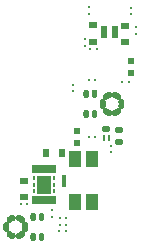
<source format=gbr>
G04 #@! TF.GenerationSoftware,KiCad,Pcbnew,7.0.10-7.0.10~ubuntu20.04.1*
G04 #@! TF.CreationDate,2024-01-02T22:15:02+00:00*
G04 #@! TF.ProjectId,yote,796f7465-2e6b-4696-9361-645f70636258,rev?*
G04 #@! TF.SameCoordinates,Original*
G04 #@! TF.FileFunction,Paste,Bot*
G04 #@! TF.FilePolarity,Positive*
%FSLAX46Y46*%
G04 Gerber Fmt 4.6, Leading zero omitted, Abs format (unit mm)*
G04 Created by KiCad (PCBNEW 7.0.10-7.0.10~ubuntu20.04.1) date 2024-01-02 22:15:02*
%MOMM*%
%LPD*%
G01*
G04 APERTURE LIST*
G04 Aperture macros list*
%AMRoundRect*
0 Rectangle with rounded corners*
0 $1 Rounding radius*
0 $2 $3 $4 $5 $6 $7 $8 $9 X,Y pos of 4 corners*
0 Add a 4 corners polygon primitive as box body*
4,1,4,$2,$3,$4,$5,$6,$7,$8,$9,$2,$3,0*
0 Add four circle primitives for the rounded corners*
1,1,$1+$1,$2,$3*
1,1,$1+$1,$4,$5*
1,1,$1+$1,$6,$7*
1,1,$1+$1,$8,$9*
0 Add four rect primitives between the rounded corners*
20,1,$1+$1,$2,$3,$4,$5,0*
20,1,$1+$1,$4,$5,$6,$7,0*
20,1,$1+$1,$6,$7,$8,$9,0*
20,1,$1+$1,$8,$9,$2,$3,0*%
G04 Aperture macros list end*
%ADD10C,0.010000*%
%ADD11R,0.270000X0.250000*%
%ADD12R,0.500000X0.600000*%
%ADD13R,0.250000X0.270000*%
%ADD14R,0.800000X0.600000*%
%ADD15R,0.350000X1.100000*%
%ADD16R,1.050000X1.400000*%
%ADD17R,1.143000X1.549400*%
%ADD18R,2.057400X0.635000*%
%ADD19R,0.254000X0.355600*%
%ADD20R,0.508000X1.092200*%
%ADD21RoundRect,0.147500X0.172500X-0.147500X0.172500X0.147500X-0.172500X0.147500X-0.172500X-0.147500X0*%
%ADD22RoundRect,0.050000X0.050000X-0.200000X0.050000X0.200000X-0.050000X0.200000X-0.050000X-0.200000X0*%
%ADD23RoundRect,0.050000X0.275000X-0.200000X0.275000X0.200000X-0.275000X0.200000X-0.275000X-0.200000X0*%
%ADD24R,0.600000X0.800000*%
G04 APERTURE END LIST*
D10*
X30541001Y48029001D02*
X30562001Y48026001D01*
X30582001Y48020001D01*
X30601001Y48013001D01*
X30620001Y48003001D01*
X30638001Y47992001D01*
X30654001Y47979001D01*
X30669001Y47964001D01*
X30682001Y47948001D01*
X30693001Y47930001D01*
X30703001Y47911001D01*
X30710001Y47892001D01*
X30716001Y47872001D01*
X30719001Y47851001D01*
X30720001Y47830001D01*
X30720001Y47630001D01*
X30719001Y47609001D01*
X30716001Y47588001D01*
X30710001Y47568001D01*
X30703001Y47549001D01*
X30693001Y47530001D01*
X30682001Y47512001D01*
X30669001Y47496001D01*
X30654001Y47481001D01*
X30638001Y47468001D01*
X30620001Y47457001D01*
X30601001Y47447001D01*
X30582001Y47440001D01*
X30562001Y47434001D01*
X30541001Y47431001D01*
X30520001Y47430001D01*
X30499001Y47431001D01*
X30478001Y47434001D01*
X30458001Y47440001D01*
X30439001Y47447001D01*
X30420001Y47457001D01*
X30402001Y47468001D01*
X30386001Y47481001D01*
X30371001Y47496001D01*
X30358001Y47512001D01*
X30347001Y47530001D01*
X30337001Y47549001D01*
X30330001Y47568001D01*
X30324001Y47588001D01*
X30321001Y47609001D01*
X30320001Y47630001D01*
X30320001Y47830001D01*
X30321001Y47851001D01*
X30324001Y47872001D01*
X30330001Y47892001D01*
X30337001Y47911001D01*
X30347001Y47930001D01*
X30358001Y47948001D01*
X30371001Y47964001D01*
X30386001Y47979001D01*
X30402001Y47992001D01*
X30420001Y48003001D01*
X30439001Y48013001D01*
X30458001Y48020001D01*
X30478001Y48026001D01*
X30499001Y48029001D01*
X30520001Y48030001D01*
X30541001Y48029001D01*
G36*
X30541001Y48029001D02*
G01*
X30562001Y48026001D01*
X30582001Y48020001D01*
X30601001Y48013001D01*
X30620001Y48003001D01*
X30638001Y47992001D01*
X30654001Y47979001D01*
X30669001Y47964001D01*
X30682001Y47948001D01*
X30693001Y47930001D01*
X30703001Y47911001D01*
X30710001Y47892001D01*
X30716001Y47872001D01*
X30719001Y47851001D01*
X30720001Y47830001D01*
X30720001Y47630001D01*
X30719001Y47609001D01*
X30716001Y47588001D01*
X30710001Y47568001D01*
X30703001Y47549001D01*
X30693001Y47530001D01*
X30682001Y47512001D01*
X30669001Y47496001D01*
X30654001Y47481001D01*
X30638001Y47468001D01*
X30620001Y47457001D01*
X30601001Y47447001D01*
X30582001Y47440001D01*
X30562001Y47434001D01*
X30541001Y47431001D01*
X30520001Y47430001D01*
X30499001Y47431001D01*
X30478001Y47434001D01*
X30458001Y47440001D01*
X30439001Y47447001D01*
X30420001Y47457001D01*
X30402001Y47468001D01*
X30386001Y47481001D01*
X30371001Y47496001D01*
X30358001Y47512001D01*
X30347001Y47530001D01*
X30337001Y47549001D01*
X30330001Y47568001D01*
X30324001Y47588001D01*
X30321001Y47609001D01*
X30320001Y47630001D01*
X30320001Y47830001D01*
X30321001Y47851001D01*
X30324001Y47872001D01*
X30330001Y47892001D01*
X30337001Y47911001D01*
X30347001Y47930001D01*
X30358001Y47948001D01*
X30371001Y47964001D01*
X30386001Y47979001D01*
X30402001Y47992001D01*
X30420001Y48003001D01*
X30439001Y48013001D01*
X30458001Y48020001D01*
X30478001Y48026001D01*
X30499001Y48029001D01*
X30520001Y48030001D01*
X30541001Y48029001D01*
G37*
X29841001Y48029001D02*
X29862001Y48026001D01*
X29882001Y48020001D01*
X29901001Y48013001D01*
X29920001Y48003001D01*
X29938001Y47992001D01*
X29954001Y47979001D01*
X29969001Y47964001D01*
X29982001Y47948001D01*
X29993001Y47930001D01*
X30003001Y47911001D01*
X30010001Y47892001D01*
X30016001Y47872001D01*
X30019001Y47851001D01*
X30020001Y47830001D01*
X30020001Y47630001D01*
X30019001Y47609001D01*
X30016001Y47588001D01*
X30010001Y47568001D01*
X30003001Y47549001D01*
X29993001Y47530001D01*
X29982001Y47512001D01*
X29969001Y47496001D01*
X29954001Y47481001D01*
X29938001Y47468001D01*
X29920001Y47457001D01*
X29901001Y47447001D01*
X29882001Y47440001D01*
X29862001Y47434001D01*
X29841001Y47431001D01*
X29820001Y47430001D01*
X29799001Y47431001D01*
X29778001Y47434001D01*
X29758001Y47440001D01*
X29739001Y47447001D01*
X29720001Y47457001D01*
X29702001Y47468001D01*
X29686001Y47481001D01*
X29671001Y47496001D01*
X29658001Y47512001D01*
X29647001Y47530001D01*
X29637001Y47549001D01*
X29630001Y47568001D01*
X29624001Y47588001D01*
X29621001Y47609001D01*
X29620001Y47630001D01*
X29620001Y47830001D01*
X29621001Y47851001D01*
X29624001Y47872001D01*
X29630001Y47892001D01*
X29637001Y47911001D01*
X29647001Y47930001D01*
X29658001Y47948001D01*
X29671001Y47964001D01*
X29686001Y47979001D01*
X29702001Y47992001D01*
X29720001Y48003001D01*
X29739001Y48013001D01*
X29758001Y48020001D01*
X29778001Y48026001D01*
X29799001Y48029001D01*
X29820001Y48030001D01*
X29841001Y48029001D01*
G36*
X29841001Y48029001D02*
G01*
X29862001Y48026001D01*
X29882001Y48020001D01*
X29901001Y48013001D01*
X29920001Y48003001D01*
X29938001Y47992001D01*
X29954001Y47979001D01*
X29969001Y47964001D01*
X29982001Y47948001D01*
X29993001Y47930001D01*
X30003001Y47911001D01*
X30010001Y47892001D01*
X30016001Y47872001D01*
X30019001Y47851001D01*
X30020001Y47830001D01*
X30020001Y47630001D01*
X30019001Y47609001D01*
X30016001Y47588001D01*
X30010001Y47568001D01*
X30003001Y47549001D01*
X29993001Y47530001D01*
X29982001Y47512001D01*
X29969001Y47496001D01*
X29954001Y47481001D01*
X29938001Y47468001D01*
X29920001Y47457001D01*
X29901001Y47447001D01*
X29882001Y47440001D01*
X29862001Y47434001D01*
X29841001Y47431001D01*
X29820001Y47430001D01*
X29799001Y47431001D01*
X29778001Y47434001D01*
X29758001Y47440001D01*
X29739001Y47447001D01*
X29720001Y47457001D01*
X29702001Y47468001D01*
X29686001Y47481001D01*
X29671001Y47496001D01*
X29658001Y47512001D01*
X29647001Y47530001D01*
X29637001Y47549001D01*
X29630001Y47568001D01*
X29624001Y47588001D01*
X29621001Y47609001D01*
X29620001Y47630001D01*
X29620001Y47830001D01*
X29621001Y47851001D01*
X29624001Y47872001D01*
X29630001Y47892001D01*
X29637001Y47911001D01*
X29647001Y47930001D01*
X29658001Y47948001D01*
X29671001Y47964001D01*
X29686001Y47979001D01*
X29702001Y47992001D01*
X29720001Y48003001D01*
X29739001Y48013001D01*
X29758001Y48020001D01*
X29778001Y48026001D01*
X29799001Y48029001D01*
X29820001Y48030001D01*
X29841001Y48029001D01*
G37*
X30541001Y46329001D02*
X30562001Y46326001D01*
X30582001Y46320001D01*
X30601001Y46313001D01*
X30620001Y46303001D01*
X30638001Y46292001D01*
X30654001Y46279001D01*
X30669001Y46264001D01*
X30682001Y46248001D01*
X30693001Y46230001D01*
X30703001Y46211001D01*
X30710001Y46192001D01*
X30716001Y46172001D01*
X30719001Y46151001D01*
X30720001Y46130001D01*
X30720001Y45930001D01*
X30719001Y45909001D01*
X30716001Y45888001D01*
X30710001Y45868001D01*
X30703001Y45849001D01*
X30693001Y45830001D01*
X30682001Y45812001D01*
X30669001Y45796001D01*
X30654001Y45781001D01*
X30638001Y45768001D01*
X30620001Y45757001D01*
X30601001Y45747001D01*
X30582001Y45740001D01*
X30562001Y45734001D01*
X30541001Y45731001D01*
X30520001Y45730001D01*
X30499001Y45731001D01*
X30478001Y45734001D01*
X30458001Y45740001D01*
X30439001Y45747001D01*
X30420001Y45757001D01*
X30402001Y45768001D01*
X30386001Y45781001D01*
X30371001Y45796001D01*
X30358001Y45812001D01*
X30347001Y45830001D01*
X30337001Y45849001D01*
X30330001Y45868001D01*
X30324001Y45888001D01*
X30321001Y45909001D01*
X30320001Y45930001D01*
X30320001Y46130001D01*
X30321001Y46151001D01*
X30324001Y46172001D01*
X30330001Y46192001D01*
X30337001Y46211001D01*
X30347001Y46230001D01*
X30358001Y46248001D01*
X30371001Y46264001D01*
X30386001Y46279001D01*
X30402001Y46292001D01*
X30420001Y46303001D01*
X30439001Y46313001D01*
X30458001Y46320001D01*
X30478001Y46326001D01*
X30499001Y46329001D01*
X30520001Y46330001D01*
X30541001Y46329001D01*
G36*
X30541001Y46329001D02*
G01*
X30562001Y46326001D01*
X30582001Y46320001D01*
X30601001Y46313001D01*
X30620001Y46303001D01*
X30638001Y46292001D01*
X30654001Y46279001D01*
X30669001Y46264001D01*
X30682001Y46248001D01*
X30693001Y46230001D01*
X30703001Y46211001D01*
X30710001Y46192001D01*
X30716001Y46172001D01*
X30719001Y46151001D01*
X30720001Y46130001D01*
X30720001Y45930001D01*
X30719001Y45909001D01*
X30716001Y45888001D01*
X30710001Y45868001D01*
X30703001Y45849001D01*
X30693001Y45830001D01*
X30682001Y45812001D01*
X30669001Y45796001D01*
X30654001Y45781001D01*
X30638001Y45768001D01*
X30620001Y45757001D01*
X30601001Y45747001D01*
X30582001Y45740001D01*
X30562001Y45734001D01*
X30541001Y45731001D01*
X30520001Y45730001D01*
X30499001Y45731001D01*
X30478001Y45734001D01*
X30458001Y45740001D01*
X30439001Y45747001D01*
X30420001Y45757001D01*
X30402001Y45768001D01*
X30386001Y45781001D01*
X30371001Y45796001D01*
X30358001Y45812001D01*
X30347001Y45830001D01*
X30337001Y45849001D01*
X30330001Y45868001D01*
X30324001Y45888001D01*
X30321001Y45909001D01*
X30320001Y45930001D01*
X30320001Y46130001D01*
X30321001Y46151001D01*
X30324001Y46172001D01*
X30330001Y46192001D01*
X30337001Y46211001D01*
X30347001Y46230001D01*
X30358001Y46248001D01*
X30371001Y46264001D01*
X30386001Y46279001D01*
X30402001Y46292001D01*
X30420001Y46303001D01*
X30439001Y46313001D01*
X30458001Y46320001D01*
X30478001Y46326001D01*
X30499001Y46329001D01*
X30520001Y46330001D01*
X30541001Y46329001D01*
G37*
X29841001Y46329001D02*
X29862001Y46326001D01*
X29882001Y46320001D01*
X29901001Y46313001D01*
X29920001Y46303001D01*
X29938001Y46292001D01*
X29954001Y46279001D01*
X29969001Y46264001D01*
X29982001Y46248001D01*
X29993001Y46230001D01*
X30003001Y46211001D01*
X30010001Y46192001D01*
X30016001Y46172001D01*
X30019001Y46151001D01*
X30020001Y46130001D01*
X30020001Y45930001D01*
X30019001Y45909001D01*
X30016001Y45888001D01*
X30010001Y45868001D01*
X30003001Y45849001D01*
X29993001Y45830001D01*
X29982001Y45812001D01*
X29969001Y45796001D01*
X29954001Y45781001D01*
X29938001Y45768001D01*
X29920001Y45757001D01*
X29901001Y45747001D01*
X29882001Y45740001D01*
X29862001Y45734001D01*
X29841001Y45731001D01*
X29820001Y45730001D01*
X29799001Y45731001D01*
X29778001Y45734001D01*
X29758001Y45740001D01*
X29739001Y45747001D01*
X29720001Y45757001D01*
X29702001Y45768001D01*
X29686001Y45781001D01*
X29671001Y45796001D01*
X29658001Y45812001D01*
X29647001Y45830001D01*
X29637001Y45849001D01*
X29630001Y45868001D01*
X29624001Y45888001D01*
X29621001Y45909001D01*
X29620001Y45930001D01*
X29620001Y46130001D01*
X29621001Y46151001D01*
X29624001Y46172001D01*
X29630001Y46192001D01*
X29637001Y46211001D01*
X29647001Y46230001D01*
X29658001Y46248001D01*
X29671001Y46264001D01*
X29686001Y46279001D01*
X29702001Y46292001D01*
X29720001Y46303001D01*
X29739001Y46313001D01*
X29758001Y46320001D01*
X29778001Y46326001D01*
X29799001Y46329001D01*
X29820001Y46330001D01*
X29841001Y46329001D01*
G36*
X29841001Y46329001D02*
G01*
X29862001Y46326001D01*
X29882001Y46320001D01*
X29901001Y46313001D01*
X29920001Y46303001D01*
X29938001Y46292001D01*
X29954001Y46279001D01*
X29969001Y46264001D01*
X29982001Y46248001D01*
X29993001Y46230001D01*
X30003001Y46211001D01*
X30010001Y46192001D01*
X30016001Y46172001D01*
X30019001Y46151001D01*
X30020001Y46130001D01*
X30020001Y45930001D01*
X30019001Y45909001D01*
X30016001Y45888001D01*
X30010001Y45868001D01*
X30003001Y45849001D01*
X29993001Y45830001D01*
X29982001Y45812001D01*
X29969001Y45796001D01*
X29954001Y45781001D01*
X29938001Y45768001D01*
X29920001Y45757001D01*
X29901001Y45747001D01*
X29882001Y45740001D01*
X29862001Y45734001D01*
X29841001Y45731001D01*
X29820001Y45730001D01*
X29799001Y45731001D01*
X29778001Y45734001D01*
X29758001Y45740001D01*
X29739001Y45747001D01*
X29720001Y45757001D01*
X29702001Y45768001D01*
X29686001Y45781001D01*
X29671001Y45796001D01*
X29658001Y45812001D01*
X29647001Y45830001D01*
X29637001Y45849001D01*
X29630001Y45868001D01*
X29624001Y45888001D01*
X29621001Y45909001D01*
X29620001Y45930001D01*
X29620001Y46130001D01*
X29621001Y46151001D01*
X29624001Y46172001D01*
X29630001Y46192001D01*
X29637001Y46211001D01*
X29647001Y46230001D01*
X29658001Y46248001D01*
X29671001Y46264001D01*
X29686001Y46279001D01*
X29702001Y46292001D01*
X29720001Y46303001D01*
X29739001Y46313001D01*
X29758001Y46320001D01*
X29778001Y46326001D01*
X29799001Y46329001D01*
X29820001Y46330001D01*
X29841001Y46329001D01*
G37*
X31232001Y47239001D02*
X31243001Y47237001D01*
X31254001Y47235001D01*
X31264001Y47233001D01*
X31275001Y47230001D01*
X31285001Y47226001D01*
X31295001Y47222001D01*
X31305001Y47217001D01*
X31315001Y47212001D01*
X31324001Y47206001D01*
X31333001Y47200001D01*
X31342001Y47193001D01*
X31351001Y47186001D01*
X31358001Y47178001D01*
X31366001Y47171001D01*
X31373001Y47162001D01*
X31380001Y47153001D01*
X31386001Y47144001D01*
X31392001Y47135001D01*
X31397001Y47125001D01*
X31402001Y47115001D01*
X31406001Y47105001D01*
X31410001Y47095001D01*
X31413001Y47084001D01*
X31415001Y47074001D01*
X31417001Y47063001D01*
X31419001Y47052001D01*
X31420001Y47041001D01*
X31420001Y47030001D01*
X31420001Y47020001D01*
X31418001Y47015001D01*
X31417001Y47010001D01*
X31416001Y47006001D01*
X31414001Y47001001D01*
X31413001Y46996001D01*
X31412001Y46992001D01*
X31411001Y46987001D01*
X31410001Y46983001D01*
X31409001Y46978001D01*
X31408001Y46973001D01*
X31407001Y46969001D01*
X31406001Y46964001D01*
X31405001Y46959001D01*
X31404001Y46955001D01*
X31404001Y46950001D01*
X31403001Y46945001D01*
X31403001Y46941001D01*
X31402001Y46936001D01*
X31402001Y46931001D01*
X31401001Y46926001D01*
X31401001Y46922001D01*
X31400001Y46917001D01*
X31400001Y46912001D01*
X31400001Y46907001D01*
X31400001Y46903001D01*
X31400001Y46898001D01*
X31400001Y46893001D01*
X31400001Y46889001D01*
X31400001Y46884001D01*
X31400001Y46880001D01*
X31400001Y46876001D01*
X31400001Y46871001D01*
X31400001Y46867001D01*
X31400001Y46862001D01*
X31400001Y46857001D01*
X31400001Y46853001D01*
X31400001Y46848001D01*
X31400001Y46843001D01*
X31401001Y46838001D01*
X31401001Y46834001D01*
X31402001Y46829001D01*
X31402001Y46824001D01*
X31403001Y46819001D01*
X31403001Y46815001D01*
X31404001Y46810001D01*
X31404001Y46805001D01*
X31405001Y46801001D01*
X31406001Y46796001D01*
X31407001Y46791001D01*
X31408001Y46787001D01*
X31409001Y46782001D01*
X31410001Y46777001D01*
X31411001Y46773001D01*
X31412001Y46768001D01*
X31413001Y46764001D01*
X31414001Y46759001D01*
X31416001Y46754001D01*
X31417001Y46750001D01*
X31418001Y46745001D01*
X31420001Y46740001D01*
X31420001Y46730001D01*
X31420001Y46719001D01*
X31419001Y46708001D01*
X31417001Y46697001D01*
X31415001Y46686001D01*
X31413001Y46676001D01*
X31410001Y46665001D01*
X31406001Y46655001D01*
X31402001Y46645001D01*
X31397001Y46635001D01*
X31392001Y46625001D01*
X31386001Y46616001D01*
X31380001Y46607001D01*
X31373001Y46598001D01*
X31366001Y46589001D01*
X31358001Y46582001D01*
X31351001Y46574001D01*
X31342001Y46567001D01*
X31333001Y46560001D01*
X31324001Y46554001D01*
X31315001Y46548001D01*
X31305001Y46543001D01*
X31295001Y46538001D01*
X31285001Y46534001D01*
X31275001Y46530001D01*
X31264001Y46527001D01*
X31254001Y46525001D01*
X31243001Y46523001D01*
X31232001Y46521001D01*
X31221001Y46520001D01*
X31210001Y46520001D01*
X31199001Y46520001D01*
X31188001Y46521001D01*
X31177001Y46523001D01*
X31166001Y46525001D01*
X31156001Y46527001D01*
X31145001Y46530001D01*
X31135001Y46534001D01*
X31125001Y46538001D01*
X31115001Y46543001D01*
X31105001Y46548001D01*
X31096001Y46554001D01*
X31087001Y46560001D01*
X31078001Y46567001D01*
X31069001Y46574001D01*
X31062001Y46582001D01*
X31054001Y46589001D01*
X31047001Y46598001D01*
X31040001Y46607001D01*
X31034001Y46616001D01*
X31028001Y46625001D01*
X31023001Y46635001D01*
X31018001Y46645001D01*
X31014001Y46655001D01*
X31010001Y46665001D01*
X31007001Y46676001D01*
X31005001Y46686001D01*
X31003001Y46697001D01*
X31001001Y46708001D01*
X31000001Y46719001D01*
X31000001Y46730001D01*
X31000001Y47030001D01*
X31000001Y47041001D01*
X31001001Y47052001D01*
X31003001Y47063001D01*
X31005001Y47074001D01*
X31007001Y47084001D01*
X31010001Y47095001D01*
X31014001Y47105001D01*
X31018001Y47115001D01*
X31023001Y47125001D01*
X31028001Y47135001D01*
X31034001Y47144001D01*
X31040001Y47153001D01*
X31047001Y47162001D01*
X31054001Y47171001D01*
X31062001Y47178001D01*
X31069001Y47186001D01*
X31078001Y47193001D01*
X31087001Y47200001D01*
X31096001Y47206001D01*
X31105001Y47212001D01*
X31115001Y47217001D01*
X31125001Y47222001D01*
X31135001Y47226001D01*
X31145001Y47230001D01*
X31156001Y47233001D01*
X31166001Y47235001D01*
X31177001Y47237001D01*
X31188001Y47239001D01*
X31199001Y47240001D01*
X31210001Y47240001D01*
X31221001Y47240001D01*
X31232001Y47239001D01*
G36*
X31232001Y47239001D02*
G01*
X31243001Y47237001D01*
X31254001Y47235001D01*
X31264001Y47233001D01*
X31275001Y47230001D01*
X31285001Y47226001D01*
X31295001Y47222001D01*
X31305001Y47217001D01*
X31315001Y47212001D01*
X31324001Y47206001D01*
X31333001Y47200001D01*
X31342001Y47193001D01*
X31351001Y47186001D01*
X31358001Y47178001D01*
X31366001Y47171001D01*
X31373001Y47162001D01*
X31380001Y47153001D01*
X31386001Y47144001D01*
X31392001Y47135001D01*
X31397001Y47125001D01*
X31402001Y47115001D01*
X31406001Y47105001D01*
X31410001Y47095001D01*
X31413001Y47084001D01*
X31415001Y47074001D01*
X31417001Y47063001D01*
X31419001Y47052001D01*
X31420001Y47041001D01*
X31420001Y47030001D01*
X31420001Y47020001D01*
X31418001Y47015001D01*
X31417001Y47010001D01*
X31416001Y47006001D01*
X31414001Y47001001D01*
X31413001Y46996001D01*
X31412001Y46992001D01*
X31411001Y46987001D01*
X31410001Y46983001D01*
X31409001Y46978001D01*
X31408001Y46973001D01*
X31407001Y46969001D01*
X31406001Y46964001D01*
X31405001Y46959001D01*
X31404001Y46955001D01*
X31404001Y46950001D01*
X31403001Y46945001D01*
X31403001Y46941001D01*
X31402001Y46936001D01*
X31402001Y46931001D01*
X31401001Y46926001D01*
X31401001Y46922001D01*
X31400001Y46917001D01*
X31400001Y46912001D01*
X31400001Y46907001D01*
X31400001Y46903001D01*
X31400001Y46898001D01*
X31400001Y46893001D01*
X31400001Y46889001D01*
X31400001Y46884001D01*
X31400001Y46880001D01*
X31400001Y46876001D01*
X31400001Y46871001D01*
X31400001Y46867001D01*
X31400001Y46862001D01*
X31400001Y46857001D01*
X31400001Y46853001D01*
X31400001Y46848001D01*
X31400001Y46843001D01*
X31401001Y46838001D01*
X31401001Y46834001D01*
X31402001Y46829001D01*
X31402001Y46824001D01*
X31403001Y46819001D01*
X31403001Y46815001D01*
X31404001Y46810001D01*
X31404001Y46805001D01*
X31405001Y46801001D01*
X31406001Y46796001D01*
X31407001Y46791001D01*
X31408001Y46787001D01*
X31409001Y46782001D01*
X31410001Y46777001D01*
X31411001Y46773001D01*
X31412001Y46768001D01*
X31413001Y46764001D01*
X31414001Y46759001D01*
X31416001Y46754001D01*
X31417001Y46750001D01*
X31418001Y46745001D01*
X31420001Y46740001D01*
X31420001Y46730001D01*
X31420001Y46719001D01*
X31419001Y46708001D01*
X31417001Y46697001D01*
X31415001Y46686001D01*
X31413001Y46676001D01*
X31410001Y46665001D01*
X31406001Y46655001D01*
X31402001Y46645001D01*
X31397001Y46635001D01*
X31392001Y46625001D01*
X31386001Y46616001D01*
X31380001Y46607001D01*
X31373001Y46598001D01*
X31366001Y46589001D01*
X31358001Y46582001D01*
X31351001Y46574001D01*
X31342001Y46567001D01*
X31333001Y46560001D01*
X31324001Y46554001D01*
X31315001Y46548001D01*
X31305001Y46543001D01*
X31295001Y46538001D01*
X31285001Y46534001D01*
X31275001Y46530001D01*
X31264001Y46527001D01*
X31254001Y46525001D01*
X31243001Y46523001D01*
X31232001Y46521001D01*
X31221001Y46520001D01*
X31210001Y46520001D01*
X31199001Y46520001D01*
X31188001Y46521001D01*
X31177001Y46523001D01*
X31166001Y46525001D01*
X31156001Y46527001D01*
X31145001Y46530001D01*
X31135001Y46534001D01*
X31125001Y46538001D01*
X31115001Y46543001D01*
X31105001Y46548001D01*
X31096001Y46554001D01*
X31087001Y46560001D01*
X31078001Y46567001D01*
X31069001Y46574001D01*
X31062001Y46582001D01*
X31054001Y46589001D01*
X31047001Y46598001D01*
X31040001Y46607001D01*
X31034001Y46616001D01*
X31028001Y46625001D01*
X31023001Y46635001D01*
X31018001Y46645001D01*
X31014001Y46655001D01*
X31010001Y46665001D01*
X31007001Y46676001D01*
X31005001Y46686001D01*
X31003001Y46697001D01*
X31001001Y46708001D01*
X31000001Y46719001D01*
X31000001Y46730001D01*
X31000001Y47030001D01*
X31000001Y47041001D01*
X31001001Y47052001D01*
X31003001Y47063001D01*
X31005001Y47074001D01*
X31007001Y47084001D01*
X31010001Y47095001D01*
X31014001Y47105001D01*
X31018001Y47115001D01*
X31023001Y47125001D01*
X31028001Y47135001D01*
X31034001Y47144001D01*
X31040001Y47153001D01*
X31047001Y47162001D01*
X31054001Y47171001D01*
X31062001Y47178001D01*
X31069001Y47186001D01*
X31078001Y47193001D01*
X31087001Y47200001D01*
X31096001Y47206001D01*
X31105001Y47212001D01*
X31115001Y47217001D01*
X31125001Y47222001D01*
X31135001Y47226001D01*
X31145001Y47230001D01*
X31156001Y47233001D01*
X31166001Y47235001D01*
X31177001Y47237001D01*
X31188001Y47239001D01*
X31199001Y47240001D01*
X31210001Y47240001D01*
X31221001Y47240001D01*
X31232001Y47239001D01*
G37*
X32812001Y47239001D02*
X32823001Y47237001D01*
X32834001Y47235001D01*
X32844001Y47233001D01*
X32855001Y47230001D01*
X32865001Y47226001D01*
X32875001Y47222001D01*
X32885001Y47217001D01*
X32895001Y47212001D01*
X32904001Y47206001D01*
X32913001Y47200001D01*
X32922001Y47193001D01*
X32931001Y47186001D01*
X32938001Y47178001D01*
X32946001Y47171001D01*
X32953001Y47162001D01*
X32960001Y47153001D01*
X32966001Y47144001D01*
X32972001Y47135001D01*
X32977001Y47125001D01*
X32982001Y47115001D01*
X32986001Y47105001D01*
X32990001Y47095001D01*
X32993001Y47084001D01*
X32995001Y47074001D01*
X32997001Y47063001D01*
X32999001Y47052001D01*
X33000001Y47041001D01*
X33000001Y47030001D01*
X33000001Y46730001D01*
X33000001Y46719001D01*
X32999001Y46708001D01*
X32997001Y46697001D01*
X32995001Y46686001D01*
X32993001Y46676001D01*
X32990001Y46665001D01*
X32986001Y46655001D01*
X32982001Y46645001D01*
X32977001Y46635001D01*
X32972001Y46625001D01*
X32966001Y46616001D01*
X32960001Y46607001D01*
X32953001Y46598001D01*
X32946001Y46589001D01*
X32938001Y46582001D01*
X32931001Y46574001D01*
X32922001Y46567001D01*
X32913001Y46560001D01*
X32904001Y46554001D01*
X32895001Y46548001D01*
X32885001Y46543001D01*
X32875001Y46538001D01*
X32865001Y46534001D01*
X32855001Y46530001D01*
X32844001Y46527001D01*
X32834001Y46525001D01*
X32823001Y46523001D01*
X32812001Y46521001D01*
X32801001Y46520001D01*
X32790001Y46520001D01*
X32779001Y46520001D01*
X32768001Y46521001D01*
X32757001Y46523001D01*
X32746001Y46525001D01*
X32736001Y46527001D01*
X32725001Y46530001D01*
X32715001Y46534001D01*
X32705001Y46538001D01*
X32695001Y46543001D01*
X32685001Y46548001D01*
X32676001Y46554001D01*
X32667001Y46560001D01*
X32658001Y46567001D01*
X32649001Y46574001D01*
X32642001Y46582001D01*
X32634001Y46589001D01*
X32627001Y46598001D01*
X32620001Y46607001D01*
X32614001Y46616001D01*
X32608001Y46625001D01*
X32603001Y46635001D01*
X32598001Y46645001D01*
X32594001Y46655001D01*
X32590001Y46665001D01*
X32587001Y46676001D01*
X32585001Y46686001D01*
X32583001Y46697001D01*
X32581001Y46708001D01*
X32580001Y46719001D01*
X32580001Y46730001D01*
X32580001Y46740001D01*
X32582001Y46745001D01*
X32583001Y46750001D01*
X32584001Y46754001D01*
X32586001Y46759001D01*
X32587001Y46764001D01*
X32588001Y46768001D01*
X32589001Y46773001D01*
X32590001Y46777001D01*
X32591001Y46782001D01*
X32592001Y46787001D01*
X32593001Y46791001D01*
X32594001Y46796001D01*
X32595001Y46801001D01*
X32596001Y46805001D01*
X32596001Y46810001D01*
X32597001Y46815001D01*
X32597001Y46819001D01*
X32598001Y46824001D01*
X32598001Y46829001D01*
X32599001Y46834001D01*
X32599001Y46838001D01*
X32600001Y46843001D01*
X32600001Y46848001D01*
X32600001Y46853001D01*
X32600001Y46857001D01*
X32600001Y46862001D01*
X32600001Y46867001D01*
X32600001Y46871001D01*
X32600001Y46876001D01*
X32600001Y46880001D01*
X32600001Y46884001D01*
X32600001Y46889001D01*
X32600001Y46893001D01*
X32600001Y46898001D01*
X32600001Y46903001D01*
X32600001Y46907001D01*
X32600001Y46912001D01*
X32600001Y46917001D01*
X32599001Y46922001D01*
X32599001Y46926001D01*
X32598001Y46931001D01*
X32598001Y46936001D01*
X32597001Y46941001D01*
X32597001Y46945001D01*
X32596001Y46950001D01*
X32596001Y46955001D01*
X32595001Y46959001D01*
X32594001Y46964001D01*
X32593001Y46969001D01*
X32592001Y46973001D01*
X32591001Y46978001D01*
X32590001Y46983001D01*
X32589001Y46987001D01*
X32588001Y46992001D01*
X32587001Y46996001D01*
X32586001Y47001001D01*
X32584001Y47006001D01*
X32583001Y47010001D01*
X32582001Y47015001D01*
X32580001Y47020001D01*
X32580001Y47030001D01*
X32580001Y47041001D01*
X32581001Y47052001D01*
X32583001Y47063001D01*
X32585001Y47074001D01*
X32587001Y47084001D01*
X32590001Y47095001D01*
X32594001Y47105001D01*
X32598001Y47115001D01*
X32603001Y47125001D01*
X32608001Y47135001D01*
X32614001Y47144001D01*
X32620001Y47153001D01*
X32627001Y47162001D01*
X32634001Y47171001D01*
X32642001Y47178001D01*
X32649001Y47186001D01*
X32658001Y47193001D01*
X32667001Y47200001D01*
X32676001Y47206001D01*
X32685001Y47212001D01*
X32695001Y47217001D01*
X32705001Y47222001D01*
X32715001Y47226001D01*
X32725001Y47230001D01*
X32736001Y47233001D01*
X32746001Y47235001D01*
X32757001Y47237001D01*
X32768001Y47239001D01*
X32779001Y47240001D01*
X32790001Y47240001D01*
X32801001Y47240001D01*
X32812001Y47239001D01*
G36*
X32812001Y47239001D02*
G01*
X32823001Y47237001D01*
X32834001Y47235001D01*
X32844001Y47233001D01*
X32855001Y47230001D01*
X32865001Y47226001D01*
X32875001Y47222001D01*
X32885001Y47217001D01*
X32895001Y47212001D01*
X32904001Y47206001D01*
X32913001Y47200001D01*
X32922001Y47193001D01*
X32931001Y47186001D01*
X32938001Y47178001D01*
X32946001Y47171001D01*
X32953001Y47162001D01*
X32960001Y47153001D01*
X32966001Y47144001D01*
X32972001Y47135001D01*
X32977001Y47125001D01*
X32982001Y47115001D01*
X32986001Y47105001D01*
X32990001Y47095001D01*
X32993001Y47084001D01*
X32995001Y47074001D01*
X32997001Y47063001D01*
X32999001Y47052001D01*
X33000001Y47041001D01*
X33000001Y47030001D01*
X33000001Y46730001D01*
X33000001Y46719001D01*
X32999001Y46708001D01*
X32997001Y46697001D01*
X32995001Y46686001D01*
X32993001Y46676001D01*
X32990001Y46665001D01*
X32986001Y46655001D01*
X32982001Y46645001D01*
X32977001Y46635001D01*
X32972001Y46625001D01*
X32966001Y46616001D01*
X32960001Y46607001D01*
X32953001Y46598001D01*
X32946001Y46589001D01*
X32938001Y46582001D01*
X32931001Y46574001D01*
X32922001Y46567001D01*
X32913001Y46560001D01*
X32904001Y46554001D01*
X32895001Y46548001D01*
X32885001Y46543001D01*
X32875001Y46538001D01*
X32865001Y46534001D01*
X32855001Y46530001D01*
X32844001Y46527001D01*
X32834001Y46525001D01*
X32823001Y46523001D01*
X32812001Y46521001D01*
X32801001Y46520001D01*
X32790001Y46520001D01*
X32779001Y46520001D01*
X32768001Y46521001D01*
X32757001Y46523001D01*
X32746001Y46525001D01*
X32736001Y46527001D01*
X32725001Y46530001D01*
X32715001Y46534001D01*
X32705001Y46538001D01*
X32695001Y46543001D01*
X32685001Y46548001D01*
X32676001Y46554001D01*
X32667001Y46560001D01*
X32658001Y46567001D01*
X32649001Y46574001D01*
X32642001Y46582001D01*
X32634001Y46589001D01*
X32627001Y46598001D01*
X32620001Y46607001D01*
X32614001Y46616001D01*
X32608001Y46625001D01*
X32603001Y46635001D01*
X32598001Y46645001D01*
X32594001Y46655001D01*
X32590001Y46665001D01*
X32587001Y46676001D01*
X32585001Y46686001D01*
X32583001Y46697001D01*
X32581001Y46708001D01*
X32580001Y46719001D01*
X32580001Y46730001D01*
X32580001Y46740001D01*
X32582001Y46745001D01*
X32583001Y46750001D01*
X32584001Y46754001D01*
X32586001Y46759001D01*
X32587001Y46764001D01*
X32588001Y46768001D01*
X32589001Y46773001D01*
X32590001Y46777001D01*
X32591001Y46782001D01*
X32592001Y46787001D01*
X32593001Y46791001D01*
X32594001Y46796001D01*
X32595001Y46801001D01*
X32596001Y46805001D01*
X32596001Y46810001D01*
X32597001Y46815001D01*
X32597001Y46819001D01*
X32598001Y46824001D01*
X32598001Y46829001D01*
X32599001Y46834001D01*
X32599001Y46838001D01*
X32600001Y46843001D01*
X32600001Y46848001D01*
X32600001Y46853001D01*
X32600001Y46857001D01*
X32600001Y46862001D01*
X32600001Y46867001D01*
X32600001Y46871001D01*
X32600001Y46876001D01*
X32600001Y46880001D01*
X32600001Y46884001D01*
X32600001Y46889001D01*
X32600001Y46893001D01*
X32600001Y46898001D01*
X32600001Y46903001D01*
X32600001Y46907001D01*
X32600001Y46912001D01*
X32600001Y46917001D01*
X32599001Y46922001D01*
X32599001Y46926001D01*
X32598001Y46931001D01*
X32598001Y46936001D01*
X32597001Y46941001D01*
X32597001Y46945001D01*
X32596001Y46950001D01*
X32596001Y46955001D01*
X32595001Y46959001D01*
X32594001Y46964001D01*
X32593001Y46969001D01*
X32592001Y46973001D01*
X32591001Y46978001D01*
X32590001Y46983001D01*
X32589001Y46987001D01*
X32588001Y46992001D01*
X32587001Y46996001D01*
X32586001Y47001001D01*
X32584001Y47006001D01*
X32583001Y47010001D01*
X32582001Y47015001D01*
X32580001Y47020001D01*
X32580001Y47030001D01*
X32580001Y47041001D01*
X32581001Y47052001D01*
X32583001Y47063001D01*
X32585001Y47074001D01*
X32587001Y47084001D01*
X32590001Y47095001D01*
X32594001Y47105001D01*
X32598001Y47115001D01*
X32603001Y47125001D01*
X32608001Y47135001D01*
X32614001Y47144001D01*
X32620001Y47153001D01*
X32627001Y47162001D01*
X32634001Y47171001D01*
X32642001Y47178001D01*
X32649001Y47186001D01*
X32658001Y47193001D01*
X32667001Y47200001D01*
X32676001Y47206001D01*
X32685001Y47212001D01*
X32695001Y47217001D01*
X32705001Y47222001D01*
X32715001Y47226001D01*
X32725001Y47230001D01*
X32736001Y47233001D01*
X32746001Y47235001D01*
X32757001Y47237001D01*
X32768001Y47239001D01*
X32779001Y47240001D01*
X32790001Y47240001D01*
X32801001Y47240001D01*
X32812001Y47239001D01*
G37*
X31757001Y47848001D02*
X31768001Y47847001D01*
X31779001Y47845001D01*
X31789001Y47842001D01*
X31800001Y47839001D01*
X31810001Y47835001D01*
X31820001Y47831001D01*
X31830001Y47826001D01*
X31840001Y47821001D01*
X31849001Y47815001D01*
X31858001Y47809001D01*
X31867001Y47802001D01*
X31875001Y47795001D01*
X31883001Y47788001D01*
X31891001Y47780001D01*
X31898001Y47771001D01*
X31905001Y47763001D01*
X31911001Y47754001D01*
X31916773Y47744160D01*
X31917001Y47744001D01*
X31922001Y47734001D01*
X31927001Y47725001D01*
X31931001Y47714001D01*
X31935001Y47704001D01*
X31938001Y47694001D01*
X31940001Y47683001D01*
X31942001Y47672001D01*
X31944001Y47661001D01*
X31945001Y47650001D01*
X31945001Y47639001D01*
X31945001Y47628001D01*
X31944001Y47617001D01*
X31942001Y47606001D01*
X31940001Y47595001D01*
X31938001Y47585001D01*
X31935001Y47574001D01*
X31931001Y47564001D01*
X31927001Y47554001D01*
X31922001Y47544001D01*
X31917001Y47534001D01*
X31911001Y47525001D01*
X31905001Y47516001D01*
X31898001Y47507001D01*
X31891001Y47499001D01*
X31883001Y47491001D01*
X31875001Y47483001D01*
X31867001Y47476001D01*
X31858001Y47469001D01*
X31849001Y47463001D01*
X31840001Y47457001D01*
X31831001Y47452001D01*
X31826001Y47451001D01*
X31821001Y47450001D01*
X31816001Y47449001D01*
X31812001Y47448001D01*
X31807001Y47447001D01*
X31803001Y47445001D01*
X31798001Y47444001D01*
X31794001Y47443001D01*
X31789001Y47441001D01*
X31785001Y47440001D01*
X31780001Y47438001D01*
X31776001Y47436001D01*
X31771001Y47435001D01*
X31767001Y47433001D01*
X31762001Y47431001D01*
X31758001Y47430001D01*
X31754001Y47428001D01*
X31749001Y47426001D01*
X31745001Y47424001D01*
X31741001Y47422001D01*
X31736001Y47420001D01*
X31732001Y47418001D01*
X31728001Y47416001D01*
X31724001Y47413001D01*
X31720001Y47411001D01*
X31716001Y47409001D01*
X31711001Y47406001D01*
X31707001Y47404001D01*
X31703001Y47402001D01*
X31700001Y47400001D01*
X31697001Y47398001D01*
X31693001Y47396001D01*
X31688001Y47393001D01*
X31684001Y47391001D01*
X31680001Y47388001D01*
X31676001Y47386001D01*
X31672001Y47383001D01*
X31668001Y47381001D01*
X31664001Y47378001D01*
X31660001Y47375001D01*
X31656001Y47373001D01*
X31653001Y47370001D01*
X31649001Y47367001D01*
X31645001Y47364001D01*
X31641001Y47361001D01*
X31638001Y47358001D01*
X31634001Y47355001D01*
X31630001Y47352001D01*
X31627001Y47349001D01*
X31623001Y47346001D01*
X31620001Y47343001D01*
X31616001Y47340001D01*
X31613001Y47337001D01*
X31609001Y47333001D01*
X31606001Y47330001D01*
X31602001Y47327001D01*
X31599001Y47323001D01*
X31596001Y47320001D01*
X31593001Y47316001D01*
X31589001Y47312001D01*
X31580001Y47307001D01*
X31570001Y47302001D01*
X31561001Y47297001D01*
X31550001Y47293001D01*
X31540001Y47289001D01*
X31529001Y47286001D01*
X31519001Y47284001D01*
X31508001Y47282001D01*
X31497001Y47280001D01*
X31486001Y47279001D01*
X31475001Y47279001D01*
X31464001Y47279001D01*
X31453001Y47280001D01*
X31442001Y47282001D01*
X31431001Y47284001D01*
X31421001Y47286001D01*
X31410001Y47289001D01*
X31400001Y47293001D01*
X31390001Y47297001D01*
X31380001Y47302001D01*
X31370001Y47307001D01*
X31361001Y47313001D01*
X31352001Y47319001D01*
X31343001Y47326001D01*
X31335001Y47333001D01*
X31327001Y47341001D01*
X31319001Y47349001D01*
X31312001Y47357001D01*
X31305001Y47366001D01*
X31299001Y47375001D01*
X31293001Y47384001D01*
X31288001Y47394001D01*
X31283001Y47404001D01*
X31279001Y47414001D01*
X31275001Y47424001D01*
X31272001Y47435001D01*
X31270001Y47445001D01*
X31268001Y47456001D01*
X31266001Y47467001D01*
X31265001Y47478001D01*
X31265001Y47489001D01*
X31265001Y47500001D01*
X31266001Y47511001D01*
X31268001Y47522001D01*
X31270001Y47533001D01*
X31272001Y47544001D01*
X31275001Y47554001D01*
X31279001Y47564001D01*
X31283001Y47575001D01*
X31288001Y47584001D01*
X31293001Y47594001D01*
X31299001Y47604001D01*
X31305001Y47613001D01*
X31312001Y47621001D01*
X31319001Y47630001D01*
X31327001Y47638001D01*
X31335001Y47645001D01*
X31343001Y47652001D01*
X31352001Y47659001D01*
X31361001Y47665001D01*
X31370001Y47671001D01*
X31500001Y47746001D01*
X31630001Y47821001D01*
X31640001Y47826001D01*
X31649001Y47831001D01*
X31660001Y47835001D01*
X31670001Y47839001D01*
X31681001Y47842001D01*
X31691001Y47845001D01*
X31702001Y47847001D01*
X31713001Y47848001D01*
X31724001Y47849001D01*
X31735001Y47849001D01*
X31746001Y47849001D01*
X31757001Y47848001D01*
G36*
X31757001Y47848001D02*
G01*
X31768001Y47847001D01*
X31779001Y47845001D01*
X31789001Y47842001D01*
X31800001Y47839001D01*
X31810001Y47835001D01*
X31820001Y47831001D01*
X31830001Y47826001D01*
X31840001Y47821001D01*
X31849001Y47815001D01*
X31858001Y47809001D01*
X31867001Y47802001D01*
X31875001Y47795001D01*
X31883001Y47788001D01*
X31891001Y47780001D01*
X31898001Y47771001D01*
X31905001Y47763001D01*
X31911001Y47754001D01*
X31916773Y47744160D01*
X31917001Y47744001D01*
X31922001Y47734001D01*
X31927001Y47725001D01*
X31931001Y47714001D01*
X31935001Y47704001D01*
X31938001Y47694001D01*
X31940001Y47683001D01*
X31942001Y47672001D01*
X31944001Y47661001D01*
X31945001Y47650001D01*
X31945001Y47639001D01*
X31945001Y47628001D01*
X31944001Y47617001D01*
X31942001Y47606001D01*
X31940001Y47595001D01*
X31938001Y47585001D01*
X31935001Y47574001D01*
X31931001Y47564001D01*
X31927001Y47554001D01*
X31922001Y47544001D01*
X31917001Y47534001D01*
X31911001Y47525001D01*
X31905001Y47516001D01*
X31898001Y47507001D01*
X31891001Y47499001D01*
X31883001Y47491001D01*
X31875001Y47483001D01*
X31867001Y47476001D01*
X31858001Y47469001D01*
X31849001Y47463001D01*
X31840001Y47457001D01*
X31831001Y47452001D01*
X31826001Y47451001D01*
X31821001Y47450001D01*
X31816001Y47449001D01*
X31812001Y47448001D01*
X31807001Y47447001D01*
X31803001Y47445001D01*
X31798001Y47444001D01*
X31794001Y47443001D01*
X31789001Y47441001D01*
X31785001Y47440001D01*
X31780001Y47438001D01*
X31776001Y47436001D01*
X31771001Y47435001D01*
X31767001Y47433001D01*
X31762001Y47431001D01*
X31758001Y47430001D01*
X31754001Y47428001D01*
X31749001Y47426001D01*
X31745001Y47424001D01*
X31741001Y47422001D01*
X31736001Y47420001D01*
X31732001Y47418001D01*
X31728001Y47416001D01*
X31724001Y47413001D01*
X31720001Y47411001D01*
X31716001Y47409001D01*
X31711001Y47406001D01*
X31707001Y47404001D01*
X31703001Y47402001D01*
X31700001Y47400001D01*
X31697001Y47398001D01*
X31693001Y47396001D01*
X31688001Y47393001D01*
X31684001Y47391001D01*
X31680001Y47388001D01*
X31676001Y47386001D01*
X31672001Y47383001D01*
X31668001Y47381001D01*
X31664001Y47378001D01*
X31660001Y47375001D01*
X31656001Y47373001D01*
X31653001Y47370001D01*
X31649001Y47367001D01*
X31645001Y47364001D01*
X31641001Y47361001D01*
X31638001Y47358001D01*
X31634001Y47355001D01*
X31630001Y47352001D01*
X31627001Y47349001D01*
X31623001Y47346001D01*
X31620001Y47343001D01*
X31616001Y47340001D01*
X31613001Y47337001D01*
X31609001Y47333001D01*
X31606001Y47330001D01*
X31602001Y47327001D01*
X31599001Y47323001D01*
X31596001Y47320001D01*
X31593001Y47316001D01*
X31589001Y47312001D01*
X31580001Y47307001D01*
X31570001Y47302001D01*
X31561001Y47297001D01*
X31550001Y47293001D01*
X31540001Y47289001D01*
X31529001Y47286001D01*
X31519001Y47284001D01*
X31508001Y47282001D01*
X31497001Y47280001D01*
X31486001Y47279001D01*
X31475001Y47279001D01*
X31464001Y47279001D01*
X31453001Y47280001D01*
X31442001Y47282001D01*
X31431001Y47284001D01*
X31421001Y47286001D01*
X31410001Y47289001D01*
X31400001Y47293001D01*
X31390001Y47297001D01*
X31380001Y47302001D01*
X31370001Y47307001D01*
X31361001Y47313001D01*
X31352001Y47319001D01*
X31343001Y47326001D01*
X31335001Y47333001D01*
X31327001Y47341001D01*
X31319001Y47349001D01*
X31312001Y47357001D01*
X31305001Y47366001D01*
X31299001Y47375001D01*
X31293001Y47384001D01*
X31288001Y47394001D01*
X31283001Y47404001D01*
X31279001Y47414001D01*
X31275001Y47424001D01*
X31272001Y47435001D01*
X31270001Y47445001D01*
X31268001Y47456001D01*
X31266001Y47467001D01*
X31265001Y47478001D01*
X31265001Y47489001D01*
X31265001Y47500001D01*
X31266001Y47511001D01*
X31268001Y47522001D01*
X31270001Y47533001D01*
X31272001Y47544001D01*
X31275001Y47554001D01*
X31279001Y47564001D01*
X31283001Y47575001D01*
X31288001Y47584001D01*
X31293001Y47594001D01*
X31299001Y47604001D01*
X31305001Y47613001D01*
X31312001Y47621001D01*
X31319001Y47630001D01*
X31327001Y47638001D01*
X31335001Y47645001D01*
X31343001Y47652001D01*
X31352001Y47659001D01*
X31361001Y47665001D01*
X31370001Y47671001D01*
X31500001Y47746001D01*
X31630001Y47821001D01*
X31640001Y47826001D01*
X31649001Y47831001D01*
X31660001Y47835001D01*
X31670001Y47839001D01*
X31681001Y47842001D01*
X31691001Y47845001D01*
X31702001Y47847001D01*
X31713001Y47848001D01*
X31724001Y47849001D01*
X31735001Y47849001D01*
X31746001Y47849001D01*
X31757001Y47848001D01*
G37*
X32287001Y47848001D02*
X32298001Y47847001D01*
X32309001Y47845001D01*
X32319001Y47842001D01*
X32330001Y47839001D01*
X32340001Y47835001D01*
X32351001Y47831001D01*
X32360001Y47826001D01*
X32370001Y47821001D01*
X32500001Y47746001D01*
X32630001Y47671001D01*
X32639001Y47665001D01*
X32648001Y47659001D01*
X32657001Y47652001D01*
X32665001Y47645001D01*
X32673001Y47638001D01*
X32681001Y47630001D01*
X32688001Y47621001D01*
X32695001Y47613001D01*
X32701001Y47604001D01*
X32707001Y47594001D01*
X32712001Y47584001D01*
X32717001Y47575001D01*
X32721001Y47564001D01*
X32725001Y47554001D01*
X32728001Y47544001D01*
X32730001Y47533001D01*
X32732001Y47522001D01*
X32734001Y47511001D01*
X32735001Y47500001D01*
X32735001Y47489001D01*
X32735001Y47478001D01*
X32734001Y47467001D01*
X32732001Y47456001D01*
X32730001Y47445001D01*
X32728001Y47435001D01*
X32725001Y47424001D01*
X32721001Y47414001D01*
X32717001Y47404001D01*
X32712001Y47394001D01*
X32706771Y47384160D01*
X32707001Y47384001D01*
X32701001Y47375001D01*
X32695001Y47366001D01*
X32688001Y47357001D01*
X32681001Y47349001D01*
X32673001Y47341001D01*
X32665001Y47333001D01*
X32657001Y47326001D01*
X32648001Y47319001D01*
X32639001Y47313001D01*
X32630001Y47307001D01*
X32620001Y47302001D01*
X32610001Y47297001D01*
X32600001Y47293001D01*
X32590001Y47289001D01*
X32579001Y47286001D01*
X32569001Y47284001D01*
X32558001Y47282001D01*
X32547001Y47280001D01*
X32536001Y47279001D01*
X32525001Y47279001D01*
X32514001Y47279001D01*
X32503001Y47280001D01*
X32492001Y47282001D01*
X32481001Y47284001D01*
X32471001Y47286001D01*
X32460001Y47289001D01*
X32450001Y47293001D01*
X32439001Y47297001D01*
X32430001Y47302001D01*
X32420001Y47307001D01*
X32411001Y47312001D01*
X32407001Y47316001D01*
X32404001Y47320001D01*
X32401001Y47323001D01*
X32398001Y47327001D01*
X32394001Y47330001D01*
X32391001Y47333001D01*
X32387001Y47337001D01*
X32384001Y47340001D01*
X32380001Y47343001D01*
X32377001Y47346001D01*
X32373001Y47349001D01*
X32370001Y47352001D01*
X32366001Y47355001D01*
X32362001Y47358001D01*
X32359001Y47361001D01*
X32355001Y47364001D01*
X32351001Y47367001D01*
X32347001Y47370001D01*
X32344001Y47373001D01*
X32340001Y47375001D01*
X32336001Y47378001D01*
X32332001Y47381001D01*
X32328001Y47383001D01*
X32324001Y47386001D01*
X32320001Y47388001D01*
X32316001Y47391001D01*
X32312001Y47393001D01*
X32307001Y47396001D01*
X32303001Y47398001D01*
X32300001Y47400001D01*
X32297001Y47402001D01*
X32293001Y47404001D01*
X32289001Y47406001D01*
X32284001Y47409001D01*
X32280001Y47411001D01*
X32276001Y47413001D01*
X32272001Y47416001D01*
X32268001Y47418001D01*
X32263001Y47420001D01*
X32259001Y47422001D01*
X32255001Y47424001D01*
X32251001Y47426001D01*
X32246001Y47428001D01*
X32242001Y47430001D01*
X32238001Y47431001D01*
X32233001Y47433001D01*
X32229001Y47435001D01*
X32224001Y47436001D01*
X32220001Y47438001D01*
X32215001Y47440001D01*
X32211001Y47441001D01*
X32206001Y47443001D01*
X32202001Y47444001D01*
X32197001Y47445001D01*
X32193001Y47447001D01*
X32188001Y47448001D01*
X32184001Y47449001D01*
X32179001Y47450001D01*
X32174001Y47451001D01*
X32169001Y47452001D01*
X32160001Y47457001D01*
X32151001Y47463001D01*
X32142001Y47469001D01*
X32133001Y47476001D01*
X32125001Y47483001D01*
X32117001Y47491001D01*
X32109001Y47499001D01*
X32102001Y47507001D01*
X32095001Y47516001D01*
X32089001Y47525001D01*
X32083001Y47534001D01*
X32078001Y47544001D01*
X32073001Y47554001D01*
X32069001Y47564001D01*
X32065001Y47574001D01*
X32062001Y47585001D01*
X32060001Y47595001D01*
X32058001Y47606001D01*
X32056001Y47617001D01*
X32055001Y47628001D01*
X32055001Y47639001D01*
X32055001Y47650001D01*
X32056001Y47661001D01*
X32058001Y47672001D01*
X32060001Y47683001D01*
X32062001Y47694001D01*
X32065001Y47704001D01*
X32069001Y47714001D01*
X32073001Y47725001D01*
X32078001Y47734001D01*
X32083001Y47744001D01*
X32089001Y47754001D01*
X32095001Y47763001D01*
X32102001Y47771001D01*
X32109001Y47780001D01*
X32117001Y47788001D01*
X32125001Y47795001D01*
X32133001Y47802001D01*
X32142001Y47809001D01*
X32151001Y47815001D01*
X32160001Y47821001D01*
X32170001Y47826001D01*
X32180001Y47831001D01*
X32190001Y47835001D01*
X32200001Y47839001D01*
X32211001Y47842001D01*
X32221001Y47845001D01*
X32232001Y47847001D01*
X32243001Y47848001D01*
X32254001Y47849001D01*
X32265001Y47849001D01*
X32276001Y47849001D01*
X32287001Y47848001D01*
G36*
X32287001Y47848001D02*
G01*
X32298001Y47847001D01*
X32309001Y47845001D01*
X32319001Y47842001D01*
X32330001Y47839001D01*
X32340001Y47835001D01*
X32351001Y47831001D01*
X32360001Y47826001D01*
X32370001Y47821001D01*
X32500001Y47746001D01*
X32630001Y47671001D01*
X32639001Y47665001D01*
X32648001Y47659001D01*
X32657001Y47652001D01*
X32665001Y47645001D01*
X32673001Y47638001D01*
X32681001Y47630001D01*
X32688001Y47621001D01*
X32695001Y47613001D01*
X32701001Y47604001D01*
X32707001Y47594001D01*
X32712001Y47584001D01*
X32717001Y47575001D01*
X32721001Y47564001D01*
X32725001Y47554001D01*
X32728001Y47544001D01*
X32730001Y47533001D01*
X32732001Y47522001D01*
X32734001Y47511001D01*
X32735001Y47500001D01*
X32735001Y47489001D01*
X32735001Y47478001D01*
X32734001Y47467001D01*
X32732001Y47456001D01*
X32730001Y47445001D01*
X32728001Y47435001D01*
X32725001Y47424001D01*
X32721001Y47414001D01*
X32717001Y47404001D01*
X32712001Y47394001D01*
X32706771Y47384160D01*
X32707001Y47384001D01*
X32701001Y47375001D01*
X32695001Y47366001D01*
X32688001Y47357001D01*
X32681001Y47349001D01*
X32673001Y47341001D01*
X32665001Y47333001D01*
X32657001Y47326001D01*
X32648001Y47319001D01*
X32639001Y47313001D01*
X32630001Y47307001D01*
X32620001Y47302001D01*
X32610001Y47297001D01*
X32600001Y47293001D01*
X32590001Y47289001D01*
X32579001Y47286001D01*
X32569001Y47284001D01*
X32558001Y47282001D01*
X32547001Y47280001D01*
X32536001Y47279001D01*
X32525001Y47279001D01*
X32514001Y47279001D01*
X32503001Y47280001D01*
X32492001Y47282001D01*
X32481001Y47284001D01*
X32471001Y47286001D01*
X32460001Y47289001D01*
X32450001Y47293001D01*
X32439001Y47297001D01*
X32430001Y47302001D01*
X32420001Y47307001D01*
X32411001Y47312001D01*
X32407001Y47316001D01*
X32404001Y47320001D01*
X32401001Y47323001D01*
X32398001Y47327001D01*
X32394001Y47330001D01*
X32391001Y47333001D01*
X32387001Y47337001D01*
X32384001Y47340001D01*
X32380001Y47343001D01*
X32377001Y47346001D01*
X32373001Y47349001D01*
X32370001Y47352001D01*
X32366001Y47355001D01*
X32362001Y47358001D01*
X32359001Y47361001D01*
X32355001Y47364001D01*
X32351001Y47367001D01*
X32347001Y47370001D01*
X32344001Y47373001D01*
X32340001Y47375001D01*
X32336001Y47378001D01*
X32332001Y47381001D01*
X32328001Y47383001D01*
X32324001Y47386001D01*
X32320001Y47388001D01*
X32316001Y47391001D01*
X32312001Y47393001D01*
X32307001Y47396001D01*
X32303001Y47398001D01*
X32300001Y47400001D01*
X32297001Y47402001D01*
X32293001Y47404001D01*
X32289001Y47406001D01*
X32284001Y47409001D01*
X32280001Y47411001D01*
X32276001Y47413001D01*
X32272001Y47416001D01*
X32268001Y47418001D01*
X32263001Y47420001D01*
X32259001Y47422001D01*
X32255001Y47424001D01*
X32251001Y47426001D01*
X32246001Y47428001D01*
X32242001Y47430001D01*
X32238001Y47431001D01*
X32233001Y47433001D01*
X32229001Y47435001D01*
X32224001Y47436001D01*
X32220001Y47438001D01*
X32215001Y47440001D01*
X32211001Y47441001D01*
X32206001Y47443001D01*
X32202001Y47444001D01*
X32197001Y47445001D01*
X32193001Y47447001D01*
X32188001Y47448001D01*
X32184001Y47449001D01*
X32179001Y47450001D01*
X32174001Y47451001D01*
X32169001Y47452001D01*
X32160001Y47457001D01*
X32151001Y47463001D01*
X32142001Y47469001D01*
X32133001Y47476001D01*
X32125001Y47483001D01*
X32117001Y47491001D01*
X32109001Y47499001D01*
X32102001Y47507001D01*
X32095001Y47516001D01*
X32089001Y47525001D01*
X32083001Y47534001D01*
X32078001Y47544001D01*
X32073001Y47554001D01*
X32069001Y47564001D01*
X32065001Y47574001D01*
X32062001Y47585001D01*
X32060001Y47595001D01*
X32058001Y47606001D01*
X32056001Y47617001D01*
X32055001Y47628001D01*
X32055001Y47639001D01*
X32055001Y47650001D01*
X32056001Y47661001D01*
X32058001Y47672001D01*
X32060001Y47683001D01*
X32062001Y47694001D01*
X32065001Y47704001D01*
X32069001Y47714001D01*
X32073001Y47725001D01*
X32078001Y47734001D01*
X32083001Y47744001D01*
X32089001Y47754001D01*
X32095001Y47763001D01*
X32102001Y47771001D01*
X32109001Y47780001D01*
X32117001Y47788001D01*
X32125001Y47795001D01*
X32133001Y47802001D01*
X32142001Y47809001D01*
X32151001Y47815001D01*
X32160001Y47821001D01*
X32170001Y47826001D01*
X32180001Y47831001D01*
X32190001Y47835001D01*
X32200001Y47839001D01*
X32211001Y47842001D01*
X32221001Y47845001D01*
X32232001Y47847001D01*
X32243001Y47848001D01*
X32254001Y47849001D01*
X32265001Y47849001D01*
X32276001Y47849001D01*
X32287001Y47848001D01*
G37*
X31497001Y46480001D02*
X31508001Y46478001D01*
X31519001Y46476001D01*
X31529001Y46474001D01*
X31540001Y46471001D01*
X31550001Y46467001D01*
X31561001Y46463001D01*
X31570001Y46458001D01*
X31580001Y46453001D01*
X31589001Y46448001D01*
X31593001Y46444001D01*
X31596001Y46440001D01*
X31599001Y46437001D01*
X31602001Y46433001D01*
X31606001Y46430001D01*
X31609001Y46427001D01*
X31613001Y46423001D01*
X31616001Y46420001D01*
X31620001Y46417001D01*
X31623001Y46414001D01*
X31627001Y46411001D01*
X31630001Y46408001D01*
X31634001Y46405001D01*
X31638001Y46402001D01*
X31641001Y46399001D01*
X31645001Y46396001D01*
X31649001Y46393001D01*
X31653001Y46390001D01*
X31656001Y46387001D01*
X31660001Y46385001D01*
X31664001Y46382001D01*
X31668001Y46379001D01*
X31672001Y46377001D01*
X31676001Y46374001D01*
X31680001Y46372001D01*
X31684001Y46369001D01*
X31688001Y46367001D01*
X31693001Y46364001D01*
X31697001Y46362001D01*
X31700001Y46360001D01*
X31703001Y46358001D01*
X31707001Y46356001D01*
X31711001Y46354001D01*
X31716001Y46351001D01*
X31720001Y46349001D01*
X31724001Y46347001D01*
X31728001Y46344001D01*
X31732001Y46342001D01*
X31737001Y46340001D01*
X31741001Y46338001D01*
X31745001Y46336001D01*
X31749001Y46334001D01*
X31754001Y46332001D01*
X31758001Y46330001D01*
X31762001Y46329001D01*
X31767001Y46327001D01*
X31771001Y46325001D01*
X31776001Y46324001D01*
X31780001Y46322001D01*
X31785001Y46320001D01*
X31789001Y46319001D01*
X31794001Y46317001D01*
X31798001Y46316001D01*
X31803001Y46315001D01*
X31807001Y46313001D01*
X31812001Y46312001D01*
X31816001Y46311001D01*
X31821001Y46310001D01*
X31826001Y46309001D01*
X31831001Y46308001D01*
X31840001Y46303001D01*
X31849001Y46297001D01*
X31858001Y46291001D01*
X31867001Y46284001D01*
X31875001Y46277001D01*
X31883001Y46269001D01*
X31891001Y46261001D01*
X31898001Y46253001D01*
X31905001Y46244001D01*
X31911001Y46235001D01*
X31917001Y46226001D01*
X31922001Y46216001D01*
X31927001Y46206001D01*
X31931001Y46196001D01*
X31935001Y46186001D01*
X31938001Y46175001D01*
X31940001Y46165001D01*
X31942001Y46154001D01*
X31944001Y46143001D01*
X31945001Y46132001D01*
X31945001Y46121001D01*
X31945001Y46110001D01*
X31944001Y46099001D01*
X31942001Y46088001D01*
X31940001Y46077001D01*
X31938001Y46066001D01*
X31935001Y46056001D01*
X31931001Y46046001D01*
X31927001Y46035001D01*
X31922001Y46026001D01*
X31917001Y46016001D01*
X31911001Y46006001D01*
X31905001Y45997001D01*
X31898001Y45989001D01*
X31891001Y45980001D01*
X31883001Y45972001D01*
X31875001Y45965001D01*
X31867001Y45958001D01*
X31858001Y45951001D01*
X31849001Y45945001D01*
X31840001Y45939001D01*
X31830001Y45934001D01*
X31820001Y45929001D01*
X31810001Y45925001D01*
X31800001Y45921001D01*
X31789001Y45918001D01*
X31779001Y45915001D01*
X31768001Y45913001D01*
X31757001Y45912001D01*
X31746001Y45911001D01*
X31735001Y45911001D01*
X31724001Y45911001D01*
X31713001Y45912001D01*
X31702001Y45913001D01*
X31691001Y45915001D01*
X31681001Y45918001D01*
X31670001Y45921001D01*
X31660001Y45925001D01*
X31649001Y45929001D01*
X31640001Y45934001D01*
X31630001Y45939001D01*
X31500001Y46014001D01*
X31370001Y46089001D01*
X31361001Y46095001D01*
X31352001Y46101001D01*
X31343001Y46108001D01*
X31335001Y46115001D01*
X31327001Y46122001D01*
X31319001Y46130001D01*
X31312001Y46139001D01*
X31305001Y46147001D01*
X31299001Y46156001D01*
X31293001Y46166001D01*
X31288001Y46176001D01*
X31283001Y46185001D01*
X31279001Y46196001D01*
X31275001Y46206001D01*
X31272001Y46216001D01*
X31270001Y46227001D01*
X31268001Y46238001D01*
X31266001Y46249001D01*
X31265001Y46260001D01*
X31265001Y46271001D01*
X31265001Y46282001D01*
X31266001Y46293001D01*
X31268001Y46304001D01*
X31270001Y46315001D01*
X31272001Y46325001D01*
X31275001Y46336001D01*
X31279001Y46346001D01*
X31283001Y46356001D01*
X31288001Y46366001D01*
X31293232Y46375842D01*
X31293001Y46376001D01*
X31299001Y46385001D01*
X31305001Y46394001D01*
X31312001Y46403001D01*
X31319001Y46411001D01*
X31327001Y46419001D01*
X31335001Y46427001D01*
X31343001Y46434001D01*
X31352001Y46441001D01*
X31361001Y46447001D01*
X31370001Y46453001D01*
X31380001Y46458001D01*
X31390001Y46463001D01*
X31400001Y46467001D01*
X31410001Y46471001D01*
X31421001Y46474001D01*
X31431001Y46476001D01*
X31442001Y46478001D01*
X31453001Y46480001D01*
X31464001Y46481001D01*
X31475001Y46481001D01*
X31486001Y46481001D01*
X31497001Y46480001D01*
G36*
X31497001Y46480001D02*
G01*
X31508001Y46478001D01*
X31519001Y46476001D01*
X31529001Y46474001D01*
X31540001Y46471001D01*
X31550001Y46467001D01*
X31561001Y46463001D01*
X31570001Y46458001D01*
X31580001Y46453001D01*
X31589001Y46448001D01*
X31593001Y46444001D01*
X31596001Y46440001D01*
X31599001Y46437001D01*
X31602001Y46433001D01*
X31606001Y46430001D01*
X31609001Y46427001D01*
X31613001Y46423001D01*
X31616001Y46420001D01*
X31620001Y46417001D01*
X31623001Y46414001D01*
X31627001Y46411001D01*
X31630001Y46408001D01*
X31634001Y46405001D01*
X31638001Y46402001D01*
X31641001Y46399001D01*
X31645001Y46396001D01*
X31649001Y46393001D01*
X31653001Y46390001D01*
X31656001Y46387001D01*
X31660001Y46385001D01*
X31664001Y46382001D01*
X31668001Y46379001D01*
X31672001Y46377001D01*
X31676001Y46374001D01*
X31680001Y46372001D01*
X31684001Y46369001D01*
X31688001Y46367001D01*
X31693001Y46364001D01*
X31697001Y46362001D01*
X31700001Y46360001D01*
X31703001Y46358001D01*
X31707001Y46356001D01*
X31711001Y46354001D01*
X31716001Y46351001D01*
X31720001Y46349001D01*
X31724001Y46347001D01*
X31728001Y46344001D01*
X31732001Y46342001D01*
X31737001Y46340001D01*
X31741001Y46338001D01*
X31745001Y46336001D01*
X31749001Y46334001D01*
X31754001Y46332001D01*
X31758001Y46330001D01*
X31762001Y46329001D01*
X31767001Y46327001D01*
X31771001Y46325001D01*
X31776001Y46324001D01*
X31780001Y46322001D01*
X31785001Y46320001D01*
X31789001Y46319001D01*
X31794001Y46317001D01*
X31798001Y46316001D01*
X31803001Y46315001D01*
X31807001Y46313001D01*
X31812001Y46312001D01*
X31816001Y46311001D01*
X31821001Y46310001D01*
X31826001Y46309001D01*
X31831001Y46308001D01*
X31840001Y46303001D01*
X31849001Y46297001D01*
X31858001Y46291001D01*
X31867001Y46284001D01*
X31875001Y46277001D01*
X31883001Y46269001D01*
X31891001Y46261001D01*
X31898001Y46253001D01*
X31905001Y46244001D01*
X31911001Y46235001D01*
X31917001Y46226001D01*
X31922001Y46216001D01*
X31927001Y46206001D01*
X31931001Y46196001D01*
X31935001Y46186001D01*
X31938001Y46175001D01*
X31940001Y46165001D01*
X31942001Y46154001D01*
X31944001Y46143001D01*
X31945001Y46132001D01*
X31945001Y46121001D01*
X31945001Y46110001D01*
X31944001Y46099001D01*
X31942001Y46088001D01*
X31940001Y46077001D01*
X31938001Y46066001D01*
X31935001Y46056001D01*
X31931001Y46046001D01*
X31927001Y46035001D01*
X31922001Y46026001D01*
X31917001Y46016001D01*
X31911001Y46006001D01*
X31905001Y45997001D01*
X31898001Y45989001D01*
X31891001Y45980001D01*
X31883001Y45972001D01*
X31875001Y45965001D01*
X31867001Y45958001D01*
X31858001Y45951001D01*
X31849001Y45945001D01*
X31840001Y45939001D01*
X31830001Y45934001D01*
X31820001Y45929001D01*
X31810001Y45925001D01*
X31800001Y45921001D01*
X31789001Y45918001D01*
X31779001Y45915001D01*
X31768001Y45913001D01*
X31757001Y45912001D01*
X31746001Y45911001D01*
X31735001Y45911001D01*
X31724001Y45911001D01*
X31713001Y45912001D01*
X31702001Y45913001D01*
X31691001Y45915001D01*
X31681001Y45918001D01*
X31670001Y45921001D01*
X31660001Y45925001D01*
X31649001Y45929001D01*
X31640001Y45934001D01*
X31630001Y45939001D01*
X31500001Y46014001D01*
X31370001Y46089001D01*
X31361001Y46095001D01*
X31352001Y46101001D01*
X31343001Y46108001D01*
X31335001Y46115001D01*
X31327001Y46122001D01*
X31319001Y46130001D01*
X31312001Y46139001D01*
X31305001Y46147001D01*
X31299001Y46156001D01*
X31293001Y46166001D01*
X31288001Y46176001D01*
X31283001Y46185001D01*
X31279001Y46196001D01*
X31275001Y46206001D01*
X31272001Y46216001D01*
X31270001Y46227001D01*
X31268001Y46238001D01*
X31266001Y46249001D01*
X31265001Y46260001D01*
X31265001Y46271001D01*
X31265001Y46282001D01*
X31266001Y46293001D01*
X31268001Y46304001D01*
X31270001Y46315001D01*
X31272001Y46325001D01*
X31275001Y46336001D01*
X31279001Y46346001D01*
X31283001Y46356001D01*
X31288001Y46366001D01*
X31293232Y46375842D01*
X31293001Y46376001D01*
X31299001Y46385001D01*
X31305001Y46394001D01*
X31312001Y46403001D01*
X31319001Y46411001D01*
X31327001Y46419001D01*
X31335001Y46427001D01*
X31343001Y46434001D01*
X31352001Y46441001D01*
X31361001Y46447001D01*
X31370001Y46453001D01*
X31380001Y46458001D01*
X31390001Y46463001D01*
X31400001Y46467001D01*
X31410001Y46471001D01*
X31421001Y46474001D01*
X31431001Y46476001D01*
X31442001Y46478001D01*
X31453001Y46480001D01*
X31464001Y46481001D01*
X31475001Y46481001D01*
X31486001Y46481001D01*
X31497001Y46480001D01*
G37*
X32547001Y46480001D02*
X32558001Y46478001D01*
X32569001Y46476001D01*
X32579001Y46474001D01*
X32590001Y46471001D01*
X32600001Y46467001D01*
X32610001Y46463001D01*
X32620001Y46458001D01*
X32630001Y46453001D01*
X32639001Y46447001D01*
X32648001Y46441001D01*
X32657001Y46434001D01*
X32665001Y46427001D01*
X32673001Y46419001D01*
X32681001Y46411001D01*
X32688001Y46403001D01*
X32695001Y46394001D01*
X32701001Y46385001D01*
X32707001Y46376001D01*
X32712001Y46366001D01*
X32717001Y46356001D01*
X32721001Y46346001D01*
X32725001Y46336001D01*
X32728001Y46325001D01*
X32730001Y46315001D01*
X32732001Y46304001D01*
X32734001Y46293001D01*
X32735001Y46282001D01*
X32735001Y46271001D01*
X32735001Y46260001D01*
X32734001Y46249001D01*
X32732001Y46238001D01*
X32730001Y46227001D01*
X32728001Y46216001D01*
X32725001Y46206001D01*
X32721001Y46196001D01*
X32717001Y46185001D01*
X32712001Y46176001D01*
X32707001Y46166001D01*
X32701001Y46156001D01*
X32695001Y46147001D01*
X32688001Y46139001D01*
X32681001Y46130001D01*
X32673001Y46122001D01*
X32665001Y46115001D01*
X32657001Y46108001D01*
X32648001Y46101001D01*
X32639001Y46095001D01*
X32630001Y46089001D01*
X32500001Y46014001D01*
X32370001Y45939001D01*
X32360001Y45934001D01*
X32351001Y45929001D01*
X32340001Y45925001D01*
X32330001Y45921001D01*
X32319001Y45918001D01*
X32309001Y45915001D01*
X32298001Y45913001D01*
X32287001Y45912001D01*
X32276001Y45911001D01*
X32265001Y45911001D01*
X32254001Y45911001D01*
X32243001Y45912001D01*
X32232001Y45913001D01*
X32221001Y45915001D01*
X32211001Y45918001D01*
X32200001Y45921001D01*
X32190001Y45925001D01*
X32180001Y45929001D01*
X32170001Y45934001D01*
X32160001Y45939001D01*
X32151001Y45945001D01*
X32142001Y45951001D01*
X32133001Y45958001D01*
X32125001Y45965001D01*
X32117001Y45972001D01*
X32109001Y45980001D01*
X32102001Y45989001D01*
X32095001Y45997001D01*
X32089001Y46006001D01*
X32083229Y46015842D01*
X32083001Y46016001D01*
X32078001Y46026001D01*
X32073001Y46035001D01*
X32069001Y46046001D01*
X32065001Y46056001D01*
X32062001Y46066001D01*
X32060001Y46077001D01*
X32058001Y46088001D01*
X32056001Y46099001D01*
X32055001Y46110001D01*
X32055001Y46121001D01*
X32055001Y46132001D01*
X32056001Y46143001D01*
X32058001Y46154001D01*
X32060001Y46165001D01*
X32062001Y46175001D01*
X32065001Y46186001D01*
X32069001Y46196001D01*
X32073001Y46206001D01*
X32078001Y46216001D01*
X32083001Y46226001D01*
X32089001Y46235001D01*
X32095001Y46244001D01*
X32102001Y46253001D01*
X32109001Y46261001D01*
X32117001Y46269001D01*
X32125001Y46277001D01*
X32133001Y46284001D01*
X32142001Y46291001D01*
X32151001Y46297001D01*
X32160001Y46303001D01*
X32169001Y46308001D01*
X32174001Y46309001D01*
X32179001Y46310001D01*
X32184001Y46311001D01*
X32188001Y46312001D01*
X32193001Y46313001D01*
X32197001Y46315001D01*
X32202001Y46316001D01*
X32206001Y46317001D01*
X32211001Y46319001D01*
X32215001Y46320001D01*
X32220001Y46322001D01*
X32224001Y46324001D01*
X32229001Y46325001D01*
X32233001Y46327001D01*
X32238001Y46329001D01*
X32242001Y46330001D01*
X32246001Y46332001D01*
X32251001Y46334001D01*
X32255001Y46336001D01*
X32259001Y46338001D01*
X32264001Y46340001D01*
X32268001Y46342001D01*
X32272001Y46344001D01*
X32276001Y46347001D01*
X32280001Y46349001D01*
X32284001Y46351001D01*
X32289001Y46354001D01*
X32293001Y46356001D01*
X32297001Y46358001D01*
X32300001Y46360001D01*
X32303001Y46362001D01*
X32307001Y46364001D01*
X32312001Y46367001D01*
X32316001Y46369001D01*
X32320001Y46372001D01*
X32324001Y46374001D01*
X32328001Y46377001D01*
X32332001Y46379001D01*
X32336001Y46382001D01*
X32340001Y46385001D01*
X32344001Y46387001D01*
X32347001Y46390001D01*
X32351001Y46393001D01*
X32355001Y46396001D01*
X32359001Y46399001D01*
X32362001Y46402001D01*
X32366001Y46405001D01*
X32370001Y46408001D01*
X32373001Y46411001D01*
X32377001Y46414001D01*
X32380001Y46417001D01*
X32384001Y46420001D01*
X32387001Y46423001D01*
X32391001Y46427001D01*
X32394001Y46430001D01*
X32398001Y46433001D01*
X32401001Y46437001D01*
X32404001Y46440001D01*
X32407001Y46444001D01*
X32411001Y46448001D01*
X32420001Y46453001D01*
X32430001Y46458001D01*
X32439001Y46463001D01*
X32450001Y46467001D01*
X32460001Y46471001D01*
X32471001Y46474001D01*
X32481001Y46476001D01*
X32492001Y46478001D01*
X32503001Y46480001D01*
X32514001Y46481001D01*
X32525001Y46481001D01*
X32536001Y46481001D01*
X32547001Y46480001D01*
G36*
X32547001Y46480001D02*
G01*
X32558001Y46478001D01*
X32569001Y46476001D01*
X32579001Y46474001D01*
X32590001Y46471001D01*
X32600001Y46467001D01*
X32610001Y46463001D01*
X32620001Y46458001D01*
X32630001Y46453001D01*
X32639001Y46447001D01*
X32648001Y46441001D01*
X32657001Y46434001D01*
X32665001Y46427001D01*
X32673001Y46419001D01*
X32681001Y46411001D01*
X32688001Y46403001D01*
X32695001Y46394001D01*
X32701001Y46385001D01*
X32707001Y46376001D01*
X32712001Y46366001D01*
X32717001Y46356001D01*
X32721001Y46346001D01*
X32725001Y46336001D01*
X32728001Y46325001D01*
X32730001Y46315001D01*
X32732001Y46304001D01*
X32734001Y46293001D01*
X32735001Y46282001D01*
X32735001Y46271001D01*
X32735001Y46260001D01*
X32734001Y46249001D01*
X32732001Y46238001D01*
X32730001Y46227001D01*
X32728001Y46216001D01*
X32725001Y46206001D01*
X32721001Y46196001D01*
X32717001Y46185001D01*
X32712001Y46176001D01*
X32707001Y46166001D01*
X32701001Y46156001D01*
X32695001Y46147001D01*
X32688001Y46139001D01*
X32681001Y46130001D01*
X32673001Y46122001D01*
X32665001Y46115001D01*
X32657001Y46108001D01*
X32648001Y46101001D01*
X32639001Y46095001D01*
X32630001Y46089001D01*
X32500001Y46014001D01*
X32370001Y45939001D01*
X32360001Y45934001D01*
X32351001Y45929001D01*
X32340001Y45925001D01*
X32330001Y45921001D01*
X32319001Y45918001D01*
X32309001Y45915001D01*
X32298001Y45913001D01*
X32287001Y45912001D01*
X32276001Y45911001D01*
X32265001Y45911001D01*
X32254001Y45911001D01*
X32243001Y45912001D01*
X32232001Y45913001D01*
X32221001Y45915001D01*
X32211001Y45918001D01*
X32200001Y45921001D01*
X32190001Y45925001D01*
X32180001Y45929001D01*
X32170001Y45934001D01*
X32160001Y45939001D01*
X32151001Y45945001D01*
X32142001Y45951001D01*
X32133001Y45958001D01*
X32125001Y45965001D01*
X32117001Y45972001D01*
X32109001Y45980001D01*
X32102001Y45989001D01*
X32095001Y45997001D01*
X32089001Y46006001D01*
X32083229Y46015842D01*
X32083001Y46016001D01*
X32078001Y46026001D01*
X32073001Y46035001D01*
X32069001Y46046001D01*
X32065001Y46056001D01*
X32062001Y46066001D01*
X32060001Y46077001D01*
X32058001Y46088001D01*
X32056001Y46099001D01*
X32055001Y46110001D01*
X32055001Y46121001D01*
X32055001Y46132001D01*
X32056001Y46143001D01*
X32058001Y46154001D01*
X32060001Y46165001D01*
X32062001Y46175001D01*
X32065001Y46186001D01*
X32069001Y46196001D01*
X32073001Y46206001D01*
X32078001Y46216001D01*
X32083001Y46226001D01*
X32089001Y46235001D01*
X32095001Y46244001D01*
X32102001Y46253001D01*
X32109001Y46261001D01*
X32117001Y46269001D01*
X32125001Y46277001D01*
X32133001Y46284001D01*
X32142001Y46291001D01*
X32151001Y46297001D01*
X32160001Y46303001D01*
X32169001Y46308001D01*
X32174001Y46309001D01*
X32179001Y46310001D01*
X32184001Y46311001D01*
X32188001Y46312001D01*
X32193001Y46313001D01*
X32197001Y46315001D01*
X32202001Y46316001D01*
X32206001Y46317001D01*
X32211001Y46319001D01*
X32215001Y46320001D01*
X32220001Y46322001D01*
X32224001Y46324001D01*
X32229001Y46325001D01*
X32233001Y46327001D01*
X32238001Y46329001D01*
X32242001Y46330001D01*
X32246001Y46332001D01*
X32251001Y46334001D01*
X32255001Y46336001D01*
X32259001Y46338001D01*
X32264001Y46340001D01*
X32268001Y46342001D01*
X32272001Y46344001D01*
X32276001Y46347001D01*
X32280001Y46349001D01*
X32284001Y46351001D01*
X32289001Y46354001D01*
X32293001Y46356001D01*
X32297001Y46358001D01*
X32300001Y46360001D01*
X32303001Y46362001D01*
X32307001Y46364001D01*
X32312001Y46367001D01*
X32316001Y46369001D01*
X32320001Y46372001D01*
X32324001Y46374001D01*
X32328001Y46377001D01*
X32332001Y46379001D01*
X32336001Y46382001D01*
X32340001Y46385001D01*
X32344001Y46387001D01*
X32347001Y46390001D01*
X32351001Y46393001D01*
X32355001Y46396001D01*
X32359001Y46399001D01*
X32362001Y46402001D01*
X32366001Y46405001D01*
X32370001Y46408001D01*
X32373001Y46411001D01*
X32377001Y46414001D01*
X32380001Y46417001D01*
X32384001Y46420001D01*
X32387001Y46423001D01*
X32391001Y46427001D01*
X32394001Y46430001D01*
X32398001Y46433001D01*
X32401001Y46437001D01*
X32404001Y46440001D01*
X32407001Y46444001D01*
X32411001Y46448001D01*
X32420001Y46453001D01*
X32430001Y46458001D01*
X32439001Y46463001D01*
X32450001Y46467001D01*
X32460001Y46471001D01*
X32471001Y46474001D01*
X32481001Y46476001D01*
X32492001Y46478001D01*
X32503001Y46480001D01*
X32514001Y46481001D01*
X32525001Y46481001D01*
X32536001Y46481001D01*
X32547001Y46480001D01*
G37*
X25346471Y35914017D02*
X25367471Y35911017D01*
X25387471Y35905017D01*
X25406471Y35898017D01*
X25425471Y35888017D01*
X25443471Y35877017D01*
X25459471Y35864017D01*
X25474471Y35849017D01*
X25487471Y35833017D01*
X25498471Y35815017D01*
X25508471Y35796017D01*
X25515471Y35777017D01*
X25521471Y35757017D01*
X25524471Y35736017D01*
X25525471Y35715017D01*
X25525471Y35515017D01*
X25524471Y35494017D01*
X25521471Y35473017D01*
X25515471Y35453017D01*
X25508471Y35434017D01*
X25498471Y35415017D01*
X25487471Y35397017D01*
X25474471Y35381017D01*
X25459471Y35366017D01*
X25443471Y35353017D01*
X25425471Y35342017D01*
X25406471Y35332017D01*
X25387471Y35325017D01*
X25367471Y35319017D01*
X25346471Y35316017D01*
X25325471Y35315017D01*
X25304471Y35316017D01*
X25283471Y35319017D01*
X25263471Y35325017D01*
X25244471Y35332017D01*
X25225471Y35342017D01*
X25207471Y35353017D01*
X25191471Y35366017D01*
X25176471Y35381017D01*
X25163471Y35397017D01*
X25152471Y35415017D01*
X25142471Y35434017D01*
X25135471Y35453017D01*
X25129471Y35473017D01*
X25126471Y35494017D01*
X25125471Y35515017D01*
X25125471Y35715017D01*
X25126471Y35736017D01*
X25129471Y35757017D01*
X25135471Y35777017D01*
X25142471Y35796017D01*
X25152471Y35815017D01*
X25163471Y35833017D01*
X25176471Y35849017D01*
X25191471Y35864017D01*
X25207471Y35877017D01*
X25225471Y35888017D01*
X25244471Y35898017D01*
X25263471Y35905017D01*
X25283471Y35911017D01*
X25304471Y35914017D01*
X25325471Y35915017D01*
X25346471Y35914017D01*
G36*
X25346471Y35914017D02*
G01*
X25367471Y35911017D01*
X25387471Y35905017D01*
X25406471Y35898017D01*
X25425471Y35888017D01*
X25443471Y35877017D01*
X25459471Y35864017D01*
X25474471Y35849017D01*
X25487471Y35833017D01*
X25498471Y35815017D01*
X25508471Y35796017D01*
X25515471Y35777017D01*
X25521471Y35757017D01*
X25524471Y35736017D01*
X25525471Y35715017D01*
X25525471Y35515017D01*
X25524471Y35494017D01*
X25521471Y35473017D01*
X25515471Y35453017D01*
X25508471Y35434017D01*
X25498471Y35415017D01*
X25487471Y35397017D01*
X25474471Y35381017D01*
X25459471Y35366017D01*
X25443471Y35353017D01*
X25425471Y35342017D01*
X25406471Y35332017D01*
X25387471Y35325017D01*
X25367471Y35319017D01*
X25346471Y35316017D01*
X25325471Y35315017D01*
X25304471Y35316017D01*
X25283471Y35319017D01*
X25263471Y35325017D01*
X25244471Y35332017D01*
X25225471Y35342017D01*
X25207471Y35353017D01*
X25191471Y35366017D01*
X25176471Y35381017D01*
X25163471Y35397017D01*
X25152471Y35415017D01*
X25142471Y35434017D01*
X25135471Y35453017D01*
X25129471Y35473017D01*
X25126471Y35494017D01*
X25125471Y35515017D01*
X25125471Y35715017D01*
X25126471Y35736017D01*
X25129471Y35757017D01*
X25135471Y35777017D01*
X25142471Y35796017D01*
X25152471Y35815017D01*
X25163471Y35833017D01*
X25176471Y35849017D01*
X25191471Y35864017D01*
X25207471Y35877017D01*
X25225471Y35888017D01*
X25244471Y35898017D01*
X25263471Y35905017D01*
X25283471Y35911017D01*
X25304471Y35914017D01*
X25325471Y35915017D01*
X25346471Y35914017D01*
G37*
X26046471Y35914017D02*
X26067471Y35911017D01*
X26087471Y35905017D01*
X26106471Y35898017D01*
X26125471Y35888017D01*
X26143471Y35877017D01*
X26159471Y35864017D01*
X26174471Y35849017D01*
X26187471Y35833017D01*
X26198471Y35815017D01*
X26208471Y35796017D01*
X26215471Y35777017D01*
X26221471Y35757017D01*
X26224471Y35736017D01*
X26225471Y35715017D01*
X26225471Y35515017D01*
X26224471Y35494017D01*
X26221471Y35473017D01*
X26215471Y35453017D01*
X26208471Y35434017D01*
X26198471Y35415017D01*
X26187471Y35397017D01*
X26174471Y35381017D01*
X26159471Y35366017D01*
X26143471Y35353017D01*
X26125471Y35342017D01*
X26106471Y35332017D01*
X26087471Y35325017D01*
X26067471Y35319017D01*
X26046471Y35316017D01*
X26025471Y35315017D01*
X26004471Y35316017D01*
X25983471Y35319017D01*
X25963471Y35325017D01*
X25944471Y35332017D01*
X25925471Y35342017D01*
X25907471Y35353017D01*
X25891471Y35366017D01*
X25876471Y35381017D01*
X25863471Y35397017D01*
X25852471Y35415017D01*
X25842471Y35434017D01*
X25835471Y35453017D01*
X25829471Y35473017D01*
X25826471Y35494017D01*
X25825471Y35515017D01*
X25825471Y35715017D01*
X25826471Y35736017D01*
X25829471Y35757017D01*
X25835471Y35777017D01*
X25842471Y35796017D01*
X25852471Y35815017D01*
X25863471Y35833017D01*
X25876471Y35849017D01*
X25891471Y35864017D01*
X25907471Y35877017D01*
X25925471Y35888017D01*
X25944471Y35898017D01*
X25963471Y35905017D01*
X25983471Y35911017D01*
X26004471Y35914017D01*
X26025471Y35915017D01*
X26046471Y35914017D01*
G36*
X26046471Y35914017D02*
G01*
X26067471Y35911017D01*
X26087471Y35905017D01*
X26106471Y35898017D01*
X26125471Y35888017D01*
X26143471Y35877017D01*
X26159471Y35864017D01*
X26174471Y35849017D01*
X26187471Y35833017D01*
X26198471Y35815017D01*
X26208471Y35796017D01*
X26215471Y35777017D01*
X26221471Y35757017D01*
X26224471Y35736017D01*
X26225471Y35715017D01*
X26225471Y35515017D01*
X26224471Y35494017D01*
X26221471Y35473017D01*
X26215471Y35453017D01*
X26208471Y35434017D01*
X26198471Y35415017D01*
X26187471Y35397017D01*
X26174471Y35381017D01*
X26159471Y35366017D01*
X26143471Y35353017D01*
X26125471Y35342017D01*
X26106471Y35332017D01*
X26087471Y35325017D01*
X26067471Y35319017D01*
X26046471Y35316017D01*
X26025471Y35315017D01*
X26004471Y35316017D01*
X25983471Y35319017D01*
X25963471Y35325017D01*
X25944471Y35332017D01*
X25925471Y35342017D01*
X25907471Y35353017D01*
X25891471Y35366017D01*
X25876471Y35381017D01*
X25863471Y35397017D01*
X25852471Y35415017D01*
X25842471Y35434017D01*
X25835471Y35453017D01*
X25829471Y35473017D01*
X25826471Y35494017D01*
X25825471Y35515017D01*
X25825471Y35715017D01*
X25826471Y35736017D01*
X25829471Y35757017D01*
X25835471Y35777017D01*
X25842471Y35796017D01*
X25852471Y35815017D01*
X25863471Y35833017D01*
X25876471Y35849017D01*
X25891471Y35864017D01*
X25907471Y35877017D01*
X25925471Y35888017D01*
X25944471Y35898017D01*
X25963471Y35905017D01*
X25983471Y35911017D01*
X26004471Y35914017D01*
X26025471Y35915017D01*
X26046471Y35914017D01*
G37*
X25346471Y37614017D02*
X25367471Y37611017D01*
X25387471Y37605017D01*
X25406471Y37598017D01*
X25425471Y37588017D01*
X25443471Y37577017D01*
X25459471Y37564017D01*
X25474471Y37549017D01*
X25487471Y37533017D01*
X25498471Y37515017D01*
X25508471Y37496017D01*
X25515471Y37477017D01*
X25521471Y37457017D01*
X25524471Y37436017D01*
X25525471Y37415017D01*
X25525471Y37215017D01*
X25524471Y37194017D01*
X25521471Y37173017D01*
X25515471Y37153017D01*
X25508471Y37134017D01*
X25498471Y37115017D01*
X25487471Y37097017D01*
X25474471Y37081017D01*
X25459471Y37066017D01*
X25443471Y37053017D01*
X25425471Y37042017D01*
X25406471Y37032017D01*
X25387471Y37025017D01*
X25367471Y37019017D01*
X25346471Y37016017D01*
X25325471Y37015017D01*
X25304471Y37016017D01*
X25283471Y37019017D01*
X25263471Y37025017D01*
X25244471Y37032017D01*
X25225471Y37042017D01*
X25207471Y37053017D01*
X25191471Y37066017D01*
X25176471Y37081017D01*
X25163471Y37097017D01*
X25152471Y37115017D01*
X25142471Y37134017D01*
X25135471Y37153017D01*
X25129471Y37173017D01*
X25126471Y37194017D01*
X25125471Y37215017D01*
X25125471Y37415017D01*
X25126471Y37436017D01*
X25129471Y37457017D01*
X25135471Y37477017D01*
X25142471Y37496017D01*
X25152471Y37515017D01*
X25163471Y37533017D01*
X25176471Y37549017D01*
X25191471Y37564017D01*
X25207471Y37577017D01*
X25225471Y37588017D01*
X25244471Y37598017D01*
X25263471Y37605017D01*
X25283471Y37611017D01*
X25304471Y37614017D01*
X25325471Y37615017D01*
X25346471Y37614017D01*
G36*
X25346471Y37614017D02*
G01*
X25367471Y37611017D01*
X25387471Y37605017D01*
X25406471Y37598017D01*
X25425471Y37588017D01*
X25443471Y37577017D01*
X25459471Y37564017D01*
X25474471Y37549017D01*
X25487471Y37533017D01*
X25498471Y37515017D01*
X25508471Y37496017D01*
X25515471Y37477017D01*
X25521471Y37457017D01*
X25524471Y37436017D01*
X25525471Y37415017D01*
X25525471Y37215017D01*
X25524471Y37194017D01*
X25521471Y37173017D01*
X25515471Y37153017D01*
X25508471Y37134017D01*
X25498471Y37115017D01*
X25487471Y37097017D01*
X25474471Y37081017D01*
X25459471Y37066017D01*
X25443471Y37053017D01*
X25425471Y37042017D01*
X25406471Y37032017D01*
X25387471Y37025017D01*
X25367471Y37019017D01*
X25346471Y37016017D01*
X25325471Y37015017D01*
X25304471Y37016017D01*
X25283471Y37019017D01*
X25263471Y37025017D01*
X25244471Y37032017D01*
X25225471Y37042017D01*
X25207471Y37053017D01*
X25191471Y37066017D01*
X25176471Y37081017D01*
X25163471Y37097017D01*
X25152471Y37115017D01*
X25142471Y37134017D01*
X25135471Y37153017D01*
X25129471Y37173017D01*
X25126471Y37194017D01*
X25125471Y37215017D01*
X25125471Y37415017D01*
X25126471Y37436017D01*
X25129471Y37457017D01*
X25135471Y37477017D01*
X25142471Y37496017D01*
X25152471Y37515017D01*
X25163471Y37533017D01*
X25176471Y37549017D01*
X25191471Y37564017D01*
X25207471Y37577017D01*
X25225471Y37588017D01*
X25244471Y37598017D01*
X25263471Y37605017D01*
X25283471Y37611017D01*
X25304471Y37614017D01*
X25325471Y37615017D01*
X25346471Y37614017D01*
G37*
X26046471Y37614017D02*
X26067471Y37611017D01*
X26087471Y37605017D01*
X26106471Y37598017D01*
X26125471Y37588017D01*
X26143471Y37577017D01*
X26159471Y37564017D01*
X26174471Y37549017D01*
X26187471Y37533017D01*
X26198471Y37515017D01*
X26208471Y37496017D01*
X26215471Y37477017D01*
X26221471Y37457017D01*
X26224471Y37436017D01*
X26225471Y37415017D01*
X26225471Y37215017D01*
X26224471Y37194017D01*
X26221471Y37173017D01*
X26215471Y37153017D01*
X26208471Y37134017D01*
X26198471Y37115017D01*
X26187471Y37097017D01*
X26174471Y37081017D01*
X26159471Y37066017D01*
X26143471Y37053017D01*
X26125471Y37042017D01*
X26106471Y37032017D01*
X26087471Y37025017D01*
X26067471Y37019017D01*
X26046471Y37016017D01*
X26025471Y37015017D01*
X26004471Y37016017D01*
X25983471Y37019017D01*
X25963471Y37025017D01*
X25944471Y37032017D01*
X25925471Y37042017D01*
X25907471Y37053017D01*
X25891471Y37066017D01*
X25876471Y37081017D01*
X25863471Y37097017D01*
X25852471Y37115017D01*
X25842471Y37134017D01*
X25835471Y37153017D01*
X25829471Y37173017D01*
X25826471Y37194017D01*
X25825471Y37215017D01*
X25825471Y37415017D01*
X25826471Y37436017D01*
X25829471Y37457017D01*
X25835471Y37477017D01*
X25842471Y37496017D01*
X25852471Y37515017D01*
X25863471Y37533017D01*
X25876471Y37549017D01*
X25891471Y37564017D01*
X25907471Y37577017D01*
X25925471Y37588017D01*
X25944471Y37598017D01*
X25963471Y37605017D01*
X25983471Y37611017D01*
X26004471Y37614017D01*
X26025471Y37615017D01*
X26046471Y37614017D01*
G36*
X26046471Y37614017D02*
G01*
X26067471Y37611017D01*
X26087471Y37605017D01*
X26106471Y37598017D01*
X26125471Y37588017D01*
X26143471Y37577017D01*
X26159471Y37564017D01*
X26174471Y37549017D01*
X26187471Y37533017D01*
X26198471Y37515017D01*
X26208471Y37496017D01*
X26215471Y37477017D01*
X26221471Y37457017D01*
X26224471Y37436017D01*
X26225471Y37415017D01*
X26225471Y37215017D01*
X26224471Y37194017D01*
X26221471Y37173017D01*
X26215471Y37153017D01*
X26208471Y37134017D01*
X26198471Y37115017D01*
X26187471Y37097017D01*
X26174471Y37081017D01*
X26159471Y37066017D01*
X26143471Y37053017D01*
X26125471Y37042017D01*
X26106471Y37032017D01*
X26087471Y37025017D01*
X26067471Y37019017D01*
X26046471Y37016017D01*
X26025471Y37015017D01*
X26004471Y37016017D01*
X25983471Y37019017D01*
X25963471Y37025017D01*
X25944471Y37032017D01*
X25925471Y37042017D01*
X25907471Y37053017D01*
X25891471Y37066017D01*
X25876471Y37081017D01*
X25863471Y37097017D01*
X25852471Y37115017D01*
X25842471Y37134017D01*
X25835471Y37153017D01*
X25829471Y37173017D01*
X25826471Y37194017D01*
X25825471Y37215017D01*
X25825471Y37415017D01*
X25826471Y37436017D01*
X25829471Y37457017D01*
X25835471Y37477017D01*
X25842471Y37496017D01*
X25852471Y37515017D01*
X25863471Y37533017D01*
X25876471Y37549017D01*
X25891471Y37564017D01*
X25907471Y37577017D01*
X25925471Y37588017D01*
X25944471Y37598017D01*
X25963471Y37605017D01*
X25983471Y37611017D01*
X26004471Y37614017D01*
X26025471Y37615017D01*
X26046471Y37614017D01*
G37*
X24657471Y36824017D02*
X24668471Y36822017D01*
X24679471Y36820017D01*
X24689471Y36818017D01*
X24700471Y36815017D01*
X24710471Y36811017D01*
X24720471Y36807017D01*
X24730471Y36802017D01*
X24740471Y36797017D01*
X24749471Y36791017D01*
X24758471Y36785017D01*
X24767471Y36778017D01*
X24776471Y36771017D01*
X24783471Y36763017D01*
X24791471Y36756017D01*
X24798471Y36747017D01*
X24805471Y36738017D01*
X24811471Y36729017D01*
X24817471Y36720017D01*
X24822471Y36710017D01*
X24827471Y36700017D01*
X24831471Y36690017D01*
X24835471Y36680017D01*
X24838471Y36669017D01*
X24840471Y36659017D01*
X24842471Y36648017D01*
X24844471Y36637017D01*
X24845471Y36626017D01*
X24845471Y36615017D01*
X24845471Y36315017D01*
X24845471Y36304017D01*
X24844471Y36293017D01*
X24842471Y36282017D01*
X24840471Y36271017D01*
X24838471Y36261017D01*
X24835471Y36250017D01*
X24831471Y36240017D01*
X24827471Y36230017D01*
X24822471Y36220017D01*
X24817471Y36210017D01*
X24811471Y36201017D01*
X24805471Y36192017D01*
X24798471Y36183017D01*
X24791471Y36174017D01*
X24783471Y36167017D01*
X24776471Y36159017D01*
X24767471Y36152017D01*
X24758471Y36145017D01*
X24749471Y36139017D01*
X24740471Y36133017D01*
X24730471Y36128017D01*
X24720471Y36123017D01*
X24710471Y36119017D01*
X24700471Y36115017D01*
X24689471Y36112017D01*
X24679471Y36110017D01*
X24668471Y36108017D01*
X24657471Y36106017D01*
X24646471Y36105017D01*
X24635471Y36105017D01*
X24624471Y36105017D01*
X24613471Y36106017D01*
X24602471Y36108017D01*
X24591471Y36110017D01*
X24581471Y36112017D01*
X24570471Y36115017D01*
X24560471Y36119017D01*
X24550471Y36123017D01*
X24540471Y36128017D01*
X24530471Y36133017D01*
X24521471Y36139017D01*
X24512471Y36145017D01*
X24503471Y36152017D01*
X24494471Y36159017D01*
X24487471Y36167017D01*
X24479471Y36174017D01*
X24472471Y36183017D01*
X24465471Y36192017D01*
X24459471Y36201017D01*
X24453471Y36210017D01*
X24448471Y36220017D01*
X24443471Y36230017D01*
X24439471Y36240017D01*
X24435471Y36250017D01*
X24432471Y36261017D01*
X24430471Y36271017D01*
X24428471Y36282017D01*
X24426471Y36293017D01*
X24425471Y36304017D01*
X24425471Y36315017D01*
X24425471Y36325017D01*
X24427471Y36330017D01*
X24428471Y36335017D01*
X24429471Y36339017D01*
X24431471Y36344017D01*
X24432471Y36349017D01*
X24433471Y36353017D01*
X24434471Y36358017D01*
X24435471Y36362017D01*
X24436471Y36367017D01*
X24437471Y36372017D01*
X24438471Y36376017D01*
X24439471Y36381017D01*
X24440471Y36386017D01*
X24441471Y36390017D01*
X24441471Y36395017D01*
X24442471Y36400017D01*
X24442471Y36404017D01*
X24443471Y36409017D01*
X24443471Y36414017D01*
X24444471Y36419017D01*
X24444471Y36423017D01*
X24445471Y36428017D01*
X24445471Y36433017D01*
X24445471Y36438017D01*
X24445471Y36442017D01*
X24445471Y36447017D01*
X24445471Y36452017D01*
X24445471Y36456017D01*
X24445471Y36461017D01*
X24445471Y36465017D01*
X24445471Y36469017D01*
X24445471Y36474017D01*
X24445471Y36478017D01*
X24445471Y36483017D01*
X24445471Y36488017D01*
X24445471Y36492017D01*
X24445471Y36497017D01*
X24445471Y36502017D01*
X24444471Y36507017D01*
X24444471Y36511017D01*
X24443471Y36516017D01*
X24443471Y36521017D01*
X24442471Y36526017D01*
X24442471Y36530017D01*
X24441471Y36535017D01*
X24441471Y36540017D01*
X24440471Y36544017D01*
X24439471Y36549017D01*
X24438471Y36554017D01*
X24437471Y36558017D01*
X24436471Y36563017D01*
X24435471Y36568017D01*
X24434471Y36572017D01*
X24433471Y36577017D01*
X24432471Y36581017D01*
X24431471Y36586017D01*
X24429471Y36591017D01*
X24428471Y36595017D01*
X24427471Y36600017D01*
X24425471Y36605017D01*
X24425471Y36615017D01*
X24425471Y36626017D01*
X24426471Y36637017D01*
X24428471Y36648017D01*
X24430471Y36659017D01*
X24432471Y36669017D01*
X24435471Y36680017D01*
X24439471Y36690017D01*
X24443471Y36700017D01*
X24448471Y36710017D01*
X24453471Y36720017D01*
X24459471Y36729017D01*
X24465471Y36738017D01*
X24472471Y36747017D01*
X24479471Y36756017D01*
X24487471Y36763017D01*
X24494471Y36771017D01*
X24503471Y36778017D01*
X24512471Y36785017D01*
X24521471Y36791017D01*
X24530471Y36797017D01*
X24540471Y36802017D01*
X24550471Y36807017D01*
X24560471Y36811017D01*
X24570471Y36815017D01*
X24581471Y36818017D01*
X24591471Y36820017D01*
X24602471Y36822017D01*
X24613471Y36824017D01*
X24624471Y36825017D01*
X24635471Y36825017D01*
X24646471Y36825017D01*
X24657471Y36824017D01*
G36*
X24657471Y36824017D02*
G01*
X24668471Y36822017D01*
X24679471Y36820017D01*
X24689471Y36818017D01*
X24700471Y36815017D01*
X24710471Y36811017D01*
X24720471Y36807017D01*
X24730471Y36802017D01*
X24740471Y36797017D01*
X24749471Y36791017D01*
X24758471Y36785017D01*
X24767471Y36778017D01*
X24776471Y36771017D01*
X24783471Y36763017D01*
X24791471Y36756017D01*
X24798471Y36747017D01*
X24805471Y36738017D01*
X24811471Y36729017D01*
X24817471Y36720017D01*
X24822471Y36710017D01*
X24827471Y36700017D01*
X24831471Y36690017D01*
X24835471Y36680017D01*
X24838471Y36669017D01*
X24840471Y36659017D01*
X24842471Y36648017D01*
X24844471Y36637017D01*
X24845471Y36626017D01*
X24845471Y36615017D01*
X24845471Y36315017D01*
X24845471Y36304017D01*
X24844471Y36293017D01*
X24842471Y36282017D01*
X24840471Y36271017D01*
X24838471Y36261017D01*
X24835471Y36250017D01*
X24831471Y36240017D01*
X24827471Y36230017D01*
X24822471Y36220017D01*
X24817471Y36210017D01*
X24811471Y36201017D01*
X24805471Y36192017D01*
X24798471Y36183017D01*
X24791471Y36174017D01*
X24783471Y36167017D01*
X24776471Y36159017D01*
X24767471Y36152017D01*
X24758471Y36145017D01*
X24749471Y36139017D01*
X24740471Y36133017D01*
X24730471Y36128017D01*
X24720471Y36123017D01*
X24710471Y36119017D01*
X24700471Y36115017D01*
X24689471Y36112017D01*
X24679471Y36110017D01*
X24668471Y36108017D01*
X24657471Y36106017D01*
X24646471Y36105017D01*
X24635471Y36105017D01*
X24624471Y36105017D01*
X24613471Y36106017D01*
X24602471Y36108017D01*
X24591471Y36110017D01*
X24581471Y36112017D01*
X24570471Y36115017D01*
X24560471Y36119017D01*
X24550471Y36123017D01*
X24540471Y36128017D01*
X24530471Y36133017D01*
X24521471Y36139017D01*
X24512471Y36145017D01*
X24503471Y36152017D01*
X24494471Y36159017D01*
X24487471Y36167017D01*
X24479471Y36174017D01*
X24472471Y36183017D01*
X24465471Y36192017D01*
X24459471Y36201017D01*
X24453471Y36210017D01*
X24448471Y36220017D01*
X24443471Y36230017D01*
X24439471Y36240017D01*
X24435471Y36250017D01*
X24432471Y36261017D01*
X24430471Y36271017D01*
X24428471Y36282017D01*
X24426471Y36293017D01*
X24425471Y36304017D01*
X24425471Y36315017D01*
X24425471Y36325017D01*
X24427471Y36330017D01*
X24428471Y36335017D01*
X24429471Y36339017D01*
X24431471Y36344017D01*
X24432471Y36349017D01*
X24433471Y36353017D01*
X24434471Y36358017D01*
X24435471Y36362017D01*
X24436471Y36367017D01*
X24437471Y36372017D01*
X24438471Y36376017D01*
X24439471Y36381017D01*
X24440471Y36386017D01*
X24441471Y36390017D01*
X24441471Y36395017D01*
X24442471Y36400017D01*
X24442471Y36404017D01*
X24443471Y36409017D01*
X24443471Y36414017D01*
X24444471Y36419017D01*
X24444471Y36423017D01*
X24445471Y36428017D01*
X24445471Y36433017D01*
X24445471Y36438017D01*
X24445471Y36442017D01*
X24445471Y36447017D01*
X24445471Y36452017D01*
X24445471Y36456017D01*
X24445471Y36461017D01*
X24445471Y36465017D01*
X24445471Y36469017D01*
X24445471Y36474017D01*
X24445471Y36478017D01*
X24445471Y36483017D01*
X24445471Y36488017D01*
X24445471Y36492017D01*
X24445471Y36497017D01*
X24445471Y36502017D01*
X24444471Y36507017D01*
X24444471Y36511017D01*
X24443471Y36516017D01*
X24443471Y36521017D01*
X24442471Y36526017D01*
X24442471Y36530017D01*
X24441471Y36535017D01*
X24441471Y36540017D01*
X24440471Y36544017D01*
X24439471Y36549017D01*
X24438471Y36554017D01*
X24437471Y36558017D01*
X24436471Y36563017D01*
X24435471Y36568017D01*
X24434471Y36572017D01*
X24433471Y36577017D01*
X24432471Y36581017D01*
X24431471Y36586017D01*
X24429471Y36591017D01*
X24428471Y36595017D01*
X24427471Y36600017D01*
X24425471Y36605017D01*
X24425471Y36615017D01*
X24425471Y36626017D01*
X24426471Y36637017D01*
X24428471Y36648017D01*
X24430471Y36659017D01*
X24432471Y36669017D01*
X24435471Y36680017D01*
X24439471Y36690017D01*
X24443471Y36700017D01*
X24448471Y36710017D01*
X24453471Y36720017D01*
X24459471Y36729017D01*
X24465471Y36738017D01*
X24472471Y36747017D01*
X24479471Y36756017D01*
X24487471Y36763017D01*
X24494471Y36771017D01*
X24503471Y36778017D01*
X24512471Y36785017D01*
X24521471Y36791017D01*
X24530471Y36797017D01*
X24540471Y36802017D01*
X24550471Y36807017D01*
X24560471Y36811017D01*
X24570471Y36815017D01*
X24581471Y36818017D01*
X24591471Y36820017D01*
X24602471Y36822017D01*
X24613471Y36824017D01*
X24624471Y36825017D01*
X24635471Y36825017D01*
X24646471Y36825017D01*
X24657471Y36824017D01*
G37*
X23077471Y36824017D02*
X23088471Y36822017D01*
X23099471Y36820017D01*
X23109471Y36818017D01*
X23120471Y36815017D01*
X23130471Y36811017D01*
X23140471Y36807017D01*
X23150471Y36802017D01*
X23160471Y36797017D01*
X23169471Y36791017D01*
X23178471Y36785017D01*
X23187471Y36778017D01*
X23196471Y36771017D01*
X23203471Y36763017D01*
X23211471Y36756017D01*
X23218471Y36747017D01*
X23225471Y36738017D01*
X23231471Y36729017D01*
X23237471Y36720017D01*
X23242471Y36710017D01*
X23247471Y36700017D01*
X23251471Y36690017D01*
X23255471Y36680017D01*
X23258471Y36669017D01*
X23260471Y36659017D01*
X23262471Y36648017D01*
X23264471Y36637017D01*
X23265471Y36626017D01*
X23265471Y36615017D01*
X23265471Y36605017D01*
X23263471Y36600017D01*
X23262471Y36595017D01*
X23261471Y36591017D01*
X23259471Y36586017D01*
X23258471Y36581017D01*
X23257471Y36577017D01*
X23256471Y36572017D01*
X23255471Y36568017D01*
X23254471Y36563017D01*
X23253471Y36558017D01*
X23252471Y36554017D01*
X23251471Y36549017D01*
X23250471Y36544017D01*
X23249471Y36540017D01*
X23249471Y36535017D01*
X23248471Y36530017D01*
X23248471Y36526017D01*
X23247471Y36521017D01*
X23247471Y36516017D01*
X23246471Y36511017D01*
X23246471Y36507017D01*
X23245471Y36502017D01*
X23245471Y36497017D01*
X23245471Y36492017D01*
X23245471Y36488017D01*
X23245471Y36483017D01*
X23245471Y36478017D01*
X23245471Y36474017D01*
X23245471Y36469017D01*
X23245471Y36465017D01*
X23245471Y36461017D01*
X23245471Y36456017D01*
X23245471Y36452017D01*
X23245471Y36447017D01*
X23245471Y36442017D01*
X23245471Y36438017D01*
X23245471Y36433017D01*
X23245471Y36428017D01*
X23246471Y36423017D01*
X23246471Y36419017D01*
X23247471Y36414017D01*
X23247471Y36409017D01*
X23248471Y36404017D01*
X23248471Y36400017D01*
X23249471Y36395017D01*
X23249471Y36390017D01*
X23250471Y36386017D01*
X23251471Y36381017D01*
X23252471Y36376017D01*
X23253471Y36372017D01*
X23254471Y36367017D01*
X23255471Y36362017D01*
X23256471Y36358017D01*
X23257471Y36353017D01*
X23258471Y36349017D01*
X23259471Y36344017D01*
X23261471Y36339017D01*
X23262471Y36335017D01*
X23263471Y36330017D01*
X23265471Y36325017D01*
X23265471Y36315017D01*
X23265471Y36304017D01*
X23264471Y36293017D01*
X23262471Y36282017D01*
X23260471Y36271017D01*
X23258471Y36261017D01*
X23255471Y36250017D01*
X23251471Y36240017D01*
X23247471Y36230017D01*
X23242471Y36220017D01*
X23237471Y36210017D01*
X23231471Y36201017D01*
X23225471Y36192017D01*
X23218471Y36183017D01*
X23211471Y36174017D01*
X23203471Y36167017D01*
X23196471Y36159017D01*
X23187471Y36152017D01*
X23178471Y36145017D01*
X23169471Y36139017D01*
X23160471Y36133017D01*
X23150471Y36128017D01*
X23140471Y36123017D01*
X23130471Y36119017D01*
X23120471Y36115017D01*
X23109471Y36112017D01*
X23099471Y36110017D01*
X23088471Y36108017D01*
X23077471Y36106017D01*
X23066471Y36105017D01*
X23055471Y36105017D01*
X23044471Y36105017D01*
X23033471Y36106017D01*
X23022471Y36108017D01*
X23011471Y36110017D01*
X23001471Y36112017D01*
X22990471Y36115017D01*
X22980471Y36119017D01*
X22970471Y36123017D01*
X22960471Y36128017D01*
X22950471Y36133017D01*
X22941471Y36139017D01*
X22932471Y36145017D01*
X22923471Y36152017D01*
X22914471Y36159017D01*
X22907471Y36167017D01*
X22899471Y36174017D01*
X22892471Y36183017D01*
X22885471Y36192017D01*
X22879471Y36201017D01*
X22873471Y36210017D01*
X22868471Y36220017D01*
X22863471Y36230017D01*
X22859471Y36240017D01*
X22855471Y36250017D01*
X22852471Y36261017D01*
X22850471Y36271017D01*
X22848471Y36282017D01*
X22846471Y36293017D01*
X22845471Y36304017D01*
X22845471Y36315017D01*
X22845471Y36615017D01*
X22845471Y36626017D01*
X22846471Y36637017D01*
X22848471Y36648017D01*
X22850471Y36659017D01*
X22852471Y36669017D01*
X22855471Y36680017D01*
X22859471Y36690017D01*
X22863471Y36700017D01*
X22868471Y36710017D01*
X22873471Y36720017D01*
X22879471Y36729017D01*
X22885471Y36738017D01*
X22892471Y36747017D01*
X22899471Y36756017D01*
X22907471Y36763017D01*
X22914471Y36771017D01*
X22923471Y36778017D01*
X22932471Y36785017D01*
X22941471Y36791017D01*
X22950471Y36797017D01*
X22960471Y36802017D01*
X22970471Y36807017D01*
X22980471Y36811017D01*
X22990471Y36815017D01*
X23001471Y36818017D01*
X23011471Y36820017D01*
X23022471Y36822017D01*
X23033471Y36824017D01*
X23044471Y36825017D01*
X23055471Y36825017D01*
X23066471Y36825017D01*
X23077471Y36824017D01*
G36*
X23077471Y36824017D02*
G01*
X23088471Y36822017D01*
X23099471Y36820017D01*
X23109471Y36818017D01*
X23120471Y36815017D01*
X23130471Y36811017D01*
X23140471Y36807017D01*
X23150471Y36802017D01*
X23160471Y36797017D01*
X23169471Y36791017D01*
X23178471Y36785017D01*
X23187471Y36778017D01*
X23196471Y36771017D01*
X23203471Y36763017D01*
X23211471Y36756017D01*
X23218471Y36747017D01*
X23225471Y36738017D01*
X23231471Y36729017D01*
X23237471Y36720017D01*
X23242471Y36710017D01*
X23247471Y36700017D01*
X23251471Y36690017D01*
X23255471Y36680017D01*
X23258471Y36669017D01*
X23260471Y36659017D01*
X23262471Y36648017D01*
X23264471Y36637017D01*
X23265471Y36626017D01*
X23265471Y36615017D01*
X23265471Y36605017D01*
X23263471Y36600017D01*
X23262471Y36595017D01*
X23261471Y36591017D01*
X23259471Y36586017D01*
X23258471Y36581017D01*
X23257471Y36577017D01*
X23256471Y36572017D01*
X23255471Y36568017D01*
X23254471Y36563017D01*
X23253471Y36558017D01*
X23252471Y36554017D01*
X23251471Y36549017D01*
X23250471Y36544017D01*
X23249471Y36540017D01*
X23249471Y36535017D01*
X23248471Y36530017D01*
X23248471Y36526017D01*
X23247471Y36521017D01*
X23247471Y36516017D01*
X23246471Y36511017D01*
X23246471Y36507017D01*
X23245471Y36502017D01*
X23245471Y36497017D01*
X23245471Y36492017D01*
X23245471Y36488017D01*
X23245471Y36483017D01*
X23245471Y36478017D01*
X23245471Y36474017D01*
X23245471Y36469017D01*
X23245471Y36465017D01*
X23245471Y36461017D01*
X23245471Y36456017D01*
X23245471Y36452017D01*
X23245471Y36447017D01*
X23245471Y36442017D01*
X23245471Y36438017D01*
X23245471Y36433017D01*
X23245471Y36428017D01*
X23246471Y36423017D01*
X23246471Y36419017D01*
X23247471Y36414017D01*
X23247471Y36409017D01*
X23248471Y36404017D01*
X23248471Y36400017D01*
X23249471Y36395017D01*
X23249471Y36390017D01*
X23250471Y36386017D01*
X23251471Y36381017D01*
X23252471Y36376017D01*
X23253471Y36372017D01*
X23254471Y36367017D01*
X23255471Y36362017D01*
X23256471Y36358017D01*
X23257471Y36353017D01*
X23258471Y36349017D01*
X23259471Y36344017D01*
X23261471Y36339017D01*
X23262471Y36335017D01*
X23263471Y36330017D01*
X23265471Y36325017D01*
X23265471Y36315017D01*
X23265471Y36304017D01*
X23264471Y36293017D01*
X23262471Y36282017D01*
X23260471Y36271017D01*
X23258471Y36261017D01*
X23255471Y36250017D01*
X23251471Y36240017D01*
X23247471Y36230017D01*
X23242471Y36220017D01*
X23237471Y36210017D01*
X23231471Y36201017D01*
X23225471Y36192017D01*
X23218471Y36183017D01*
X23211471Y36174017D01*
X23203471Y36167017D01*
X23196471Y36159017D01*
X23187471Y36152017D01*
X23178471Y36145017D01*
X23169471Y36139017D01*
X23160471Y36133017D01*
X23150471Y36128017D01*
X23140471Y36123017D01*
X23130471Y36119017D01*
X23120471Y36115017D01*
X23109471Y36112017D01*
X23099471Y36110017D01*
X23088471Y36108017D01*
X23077471Y36106017D01*
X23066471Y36105017D01*
X23055471Y36105017D01*
X23044471Y36105017D01*
X23033471Y36106017D01*
X23022471Y36108017D01*
X23011471Y36110017D01*
X23001471Y36112017D01*
X22990471Y36115017D01*
X22980471Y36119017D01*
X22970471Y36123017D01*
X22960471Y36128017D01*
X22950471Y36133017D01*
X22941471Y36139017D01*
X22932471Y36145017D01*
X22923471Y36152017D01*
X22914471Y36159017D01*
X22907471Y36167017D01*
X22899471Y36174017D01*
X22892471Y36183017D01*
X22885471Y36192017D01*
X22879471Y36201017D01*
X22873471Y36210017D01*
X22868471Y36220017D01*
X22863471Y36230017D01*
X22859471Y36240017D01*
X22855471Y36250017D01*
X22852471Y36261017D01*
X22850471Y36271017D01*
X22848471Y36282017D01*
X22846471Y36293017D01*
X22845471Y36304017D01*
X22845471Y36315017D01*
X22845471Y36615017D01*
X22845471Y36626017D01*
X22846471Y36637017D01*
X22848471Y36648017D01*
X22850471Y36659017D01*
X22852471Y36669017D01*
X22855471Y36680017D01*
X22859471Y36690017D01*
X22863471Y36700017D01*
X22868471Y36710017D01*
X22873471Y36720017D01*
X22879471Y36729017D01*
X22885471Y36738017D01*
X22892471Y36747017D01*
X22899471Y36756017D01*
X22907471Y36763017D01*
X22914471Y36771017D01*
X22923471Y36778017D01*
X22932471Y36785017D01*
X22941471Y36791017D01*
X22950471Y36797017D01*
X22960471Y36802017D01*
X22970471Y36807017D01*
X22980471Y36811017D01*
X22990471Y36815017D01*
X23001471Y36818017D01*
X23011471Y36820017D01*
X23022471Y36822017D01*
X23033471Y36824017D01*
X23044471Y36825017D01*
X23055471Y36825017D01*
X23066471Y36825017D01*
X23077471Y36824017D01*
G37*
X24392471Y36065017D02*
X24403471Y36063017D01*
X24414471Y36061017D01*
X24424471Y36059017D01*
X24435471Y36056017D01*
X24445471Y36052017D01*
X24455471Y36048017D01*
X24465471Y36043017D01*
X24475471Y36038017D01*
X24484471Y36032017D01*
X24493471Y36026017D01*
X24502471Y36019017D01*
X24510471Y36012017D01*
X24518471Y36004017D01*
X24526471Y35996017D01*
X24533471Y35988017D01*
X24540471Y35979017D01*
X24546471Y35970017D01*
X24552471Y35961017D01*
X24557471Y35951017D01*
X24562471Y35941017D01*
X24566471Y35931017D01*
X24570471Y35921017D01*
X24573471Y35910017D01*
X24575471Y35900017D01*
X24577471Y35889017D01*
X24579471Y35878017D01*
X24580471Y35867017D01*
X24580471Y35856017D01*
X24580471Y35845017D01*
X24579471Y35834017D01*
X24577471Y35823017D01*
X24575471Y35812017D01*
X24573471Y35801017D01*
X24570471Y35791017D01*
X24566471Y35781017D01*
X24562471Y35770017D01*
X24557471Y35761017D01*
X24552471Y35751017D01*
X24546471Y35741017D01*
X24540471Y35732017D01*
X24533471Y35724017D01*
X24526471Y35715017D01*
X24518471Y35707017D01*
X24510471Y35700017D01*
X24502471Y35693017D01*
X24493471Y35686017D01*
X24484471Y35680017D01*
X24475471Y35674017D01*
X24345471Y35599017D01*
X24215471Y35524017D01*
X24205471Y35519017D01*
X24196471Y35514017D01*
X24185471Y35510017D01*
X24175471Y35506017D01*
X24164471Y35503017D01*
X24154471Y35500017D01*
X24143471Y35498017D01*
X24132471Y35497017D01*
X24121471Y35496017D01*
X24110471Y35496017D01*
X24099471Y35496017D01*
X24088471Y35497017D01*
X24077471Y35498017D01*
X24066471Y35500017D01*
X24056471Y35503017D01*
X24045471Y35506017D01*
X24035471Y35510017D01*
X24025471Y35514017D01*
X24015471Y35519017D01*
X24005471Y35524017D01*
X23996471Y35530017D01*
X23987471Y35536017D01*
X23978471Y35543017D01*
X23970471Y35550017D01*
X23962471Y35557017D01*
X23954471Y35565017D01*
X23947471Y35574017D01*
X23940471Y35582017D01*
X23934471Y35591017D01*
X23928699Y35600858D01*
X23928471Y35601017D01*
X23923471Y35611017D01*
X23918471Y35620017D01*
X23914471Y35631017D01*
X23910471Y35641017D01*
X23907471Y35651017D01*
X23905471Y35662017D01*
X23903471Y35673017D01*
X23901471Y35684017D01*
X23900471Y35695017D01*
X23900471Y35706017D01*
X23900471Y35717017D01*
X23901471Y35728017D01*
X23903471Y35739017D01*
X23905471Y35750017D01*
X23907471Y35760017D01*
X23910471Y35771017D01*
X23914471Y35781017D01*
X23918471Y35791017D01*
X23923471Y35801017D01*
X23928471Y35811017D01*
X23934471Y35820017D01*
X23940471Y35829017D01*
X23947471Y35838017D01*
X23954471Y35846017D01*
X23962471Y35854017D01*
X23970471Y35862017D01*
X23978471Y35869017D01*
X23987471Y35876017D01*
X23996471Y35882017D01*
X24005471Y35888017D01*
X24014471Y35893017D01*
X24019471Y35894017D01*
X24024471Y35895017D01*
X24029471Y35896017D01*
X24033471Y35897017D01*
X24038471Y35898017D01*
X24042471Y35900017D01*
X24047471Y35901017D01*
X24051471Y35902017D01*
X24056471Y35904017D01*
X24060471Y35905017D01*
X24065471Y35907017D01*
X24069471Y35909017D01*
X24074471Y35910017D01*
X24078471Y35912017D01*
X24083471Y35914017D01*
X24087471Y35915017D01*
X24091471Y35917017D01*
X24096471Y35919017D01*
X24100471Y35921017D01*
X24104471Y35923017D01*
X24109471Y35925017D01*
X24113471Y35927017D01*
X24117471Y35929017D01*
X24121471Y35932017D01*
X24125471Y35934017D01*
X24129471Y35936017D01*
X24134471Y35939017D01*
X24138471Y35941017D01*
X24142471Y35943017D01*
X24145471Y35945017D01*
X24148471Y35947017D01*
X24152471Y35949017D01*
X24157471Y35952017D01*
X24161471Y35954017D01*
X24165471Y35957017D01*
X24169471Y35959017D01*
X24173471Y35962017D01*
X24177471Y35964017D01*
X24181471Y35967017D01*
X24185471Y35970017D01*
X24189471Y35972017D01*
X24192471Y35975017D01*
X24196471Y35978017D01*
X24200471Y35981017D01*
X24204471Y35984017D01*
X24207471Y35987017D01*
X24211471Y35990017D01*
X24215471Y35993017D01*
X24218471Y35996017D01*
X24222471Y35999017D01*
X24225471Y36002017D01*
X24229471Y36005017D01*
X24232471Y36008017D01*
X24236471Y36012017D01*
X24239471Y36015017D01*
X24243471Y36018017D01*
X24246471Y36022017D01*
X24249471Y36025017D01*
X24252471Y36029017D01*
X24256471Y36033017D01*
X24265471Y36038017D01*
X24275471Y36043017D01*
X24284471Y36048017D01*
X24295471Y36052017D01*
X24305471Y36056017D01*
X24316471Y36059017D01*
X24326471Y36061017D01*
X24337471Y36063017D01*
X24348471Y36065017D01*
X24359471Y36066017D01*
X24370471Y36066017D01*
X24381471Y36066017D01*
X24392471Y36065017D01*
G36*
X24392471Y36065017D02*
G01*
X24403471Y36063017D01*
X24414471Y36061017D01*
X24424471Y36059017D01*
X24435471Y36056017D01*
X24445471Y36052017D01*
X24455471Y36048017D01*
X24465471Y36043017D01*
X24475471Y36038017D01*
X24484471Y36032017D01*
X24493471Y36026017D01*
X24502471Y36019017D01*
X24510471Y36012017D01*
X24518471Y36004017D01*
X24526471Y35996017D01*
X24533471Y35988017D01*
X24540471Y35979017D01*
X24546471Y35970017D01*
X24552471Y35961017D01*
X24557471Y35951017D01*
X24562471Y35941017D01*
X24566471Y35931017D01*
X24570471Y35921017D01*
X24573471Y35910017D01*
X24575471Y35900017D01*
X24577471Y35889017D01*
X24579471Y35878017D01*
X24580471Y35867017D01*
X24580471Y35856017D01*
X24580471Y35845017D01*
X24579471Y35834017D01*
X24577471Y35823017D01*
X24575471Y35812017D01*
X24573471Y35801017D01*
X24570471Y35791017D01*
X24566471Y35781017D01*
X24562471Y35770017D01*
X24557471Y35761017D01*
X24552471Y35751017D01*
X24546471Y35741017D01*
X24540471Y35732017D01*
X24533471Y35724017D01*
X24526471Y35715017D01*
X24518471Y35707017D01*
X24510471Y35700017D01*
X24502471Y35693017D01*
X24493471Y35686017D01*
X24484471Y35680017D01*
X24475471Y35674017D01*
X24345471Y35599017D01*
X24215471Y35524017D01*
X24205471Y35519017D01*
X24196471Y35514017D01*
X24185471Y35510017D01*
X24175471Y35506017D01*
X24164471Y35503017D01*
X24154471Y35500017D01*
X24143471Y35498017D01*
X24132471Y35497017D01*
X24121471Y35496017D01*
X24110471Y35496017D01*
X24099471Y35496017D01*
X24088471Y35497017D01*
X24077471Y35498017D01*
X24066471Y35500017D01*
X24056471Y35503017D01*
X24045471Y35506017D01*
X24035471Y35510017D01*
X24025471Y35514017D01*
X24015471Y35519017D01*
X24005471Y35524017D01*
X23996471Y35530017D01*
X23987471Y35536017D01*
X23978471Y35543017D01*
X23970471Y35550017D01*
X23962471Y35557017D01*
X23954471Y35565017D01*
X23947471Y35574017D01*
X23940471Y35582017D01*
X23934471Y35591017D01*
X23928699Y35600858D01*
X23928471Y35601017D01*
X23923471Y35611017D01*
X23918471Y35620017D01*
X23914471Y35631017D01*
X23910471Y35641017D01*
X23907471Y35651017D01*
X23905471Y35662017D01*
X23903471Y35673017D01*
X23901471Y35684017D01*
X23900471Y35695017D01*
X23900471Y35706017D01*
X23900471Y35717017D01*
X23901471Y35728017D01*
X23903471Y35739017D01*
X23905471Y35750017D01*
X23907471Y35760017D01*
X23910471Y35771017D01*
X23914471Y35781017D01*
X23918471Y35791017D01*
X23923471Y35801017D01*
X23928471Y35811017D01*
X23934471Y35820017D01*
X23940471Y35829017D01*
X23947471Y35838017D01*
X23954471Y35846017D01*
X23962471Y35854017D01*
X23970471Y35862017D01*
X23978471Y35869017D01*
X23987471Y35876017D01*
X23996471Y35882017D01*
X24005471Y35888017D01*
X24014471Y35893017D01*
X24019471Y35894017D01*
X24024471Y35895017D01*
X24029471Y35896017D01*
X24033471Y35897017D01*
X24038471Y35898017D01*
X24042471Y35900017D01*
X24047471Y35901017D01*
X24051471Y35902017D01*
X24056471Y35904017D01*
X24060471Y35905017D01*
X24065471Y35907017D01*
X24069471Y35909017D01*
X24074471Y35910017D01*
X24078471Y35912017D01*
X24083471Y35914017D01*
X24087471Y35915017D01*
X24091471Y35917017D01*
X24096471Y35919017D01*
X24100471Y35921017D01*
X24104471Y35923017D01*
X24109471Y35925017D01*
X24113471Y35927017D01*
X24117471Y35929017D01*
X24121471Y35932017D01*
X24125471Y35934017D01*
X24129471Y35936017D01*
X24134471Y35939017D01*
X24138471Y35941017D01*
X24142471Y35943017D01*
X24145471Y35945017D01*
X24148471Y35947017D01*
X24152471Y35949017D01*
X24157471Y35952017D01*
X24161471Y35954017D01*
X24165471Y35957017D01*
X24169471Y35959017D01*
X24173471Y35962017D01*
X24177471Y35964017D01*
X24181471Y35967017D01*
X24185471Y35970017D01*
X24189471Y35972017D01*
X24192471Y35975017D01*
X24196471Y35978017D01*
X24200471Y35981017D01*
X24204471Y35984017D01*
X24207471Y35987017D01*
X24211471Y35990017D01*
X24215471Y35993017D01*
X24218471Y35996017D01*
X24222471Y35999017D01*
X24225471Y36002017D01*
X24229471Y36005017D01*
X24232471Y36008017D01*
X24236471Y36012017D01*
X24239471Y36015017D01*
X24243471Y36018017D01*
X24246471Y36022017D01*
X24249471Y36025017D01*
X24252471Y36029017D01*
X24256471Y36033017D01*
X24265471Y36038017D01*
X24275471Y36043017D01*
X24284471Y36048017D01*
X24295471Y36052017D01*
X24305471Y36056017D01*
X24316471Y36059017D01*
X24326471Y36061017D01*
X24337471Y36063017D01*
X24348471Y36065017D01*
X24359471Y36066017D01*
X24370471Y36066017D01*
X24381471Y36066017D01*
X24392471Y36065017D01*
G37*
X23342471Y36065017D02*
X23353471Y36063017D01*
X23364471Y36061017D01*
X23374471Y36059017D01*
X23385471Y36056017D01*
X23395471Y36052017D01*
X23406471Y36048017D01*
X23415471Y36043017D01*
X23425471Y36038017D01*
X23434471Y36033017D01*
X23438471Y36029017D01*
X23441471Y36025017D01*
X23444471Y36022017D01*
X23447471Y36018017D01*
X23451471Y36015017D01*
X23454471Y36012017D01*
X23458471Y36008017D01*
X23461471Y36005017D01*
X23465471Y36002017D01*
X23468471Y35999017D01*
X23472471Y35996017D01*
X23475471Y35993017D01*
X23479471Y35990017D01*
X23483471Y35987017D01*
X23486471Y35984017D01*
X23490471Y35981017D01*
X23494471Y35978017D01*
X23498471Y35975017D01*
X23501471Y35972017D01*
X23505471Y35970017D01*
X23509471Y35967017D01*
X23513471Y35964017D01*
X23517471Y35962017D01*
X23521471Y35959017D01*
X23525471Y35957017D01*
X23529471Y35954017D01*
X23533471Y35952017D01*
X23538471Y35949017D01*
X23542471Y35947017D01*
X23545471Y35945017D01*
X23548471Y35943017D01*
X23552471Y35941017D01*
X23556471Y35939017D01*
X23561471Y35936017D01*
X23565471Y35934017D01*
X23569471Y35932017D01*
X23573471Y35929017D01*
X23577471Y35927017D01*
X23582471Y35925017D01*
X23586471Y35923017D01*
X23590471Y35921017D01*
X23594471Y35919017D01*
X23599471Y35917017D01*
X23603471Y35915017D01*
X23607471Y35914017D01*
X23612471Y35912017D01*
X23616471Y35910017D01*
X23621471Y35909017D01*
X23625471Y35907017D01*
X23630471Y35905017D01*
X23634471Y35904017D01*
X23639471Y35902017D01*
X23643471Y35901017D01*
X23648471Y35900017D01*
X23652471Y35898017D01*
X23657471Y35897017D01*
X23661471Y35896017D01*
X23666471Y35895017D01*
X23671471Y35894017D01*
X23676471Y35893017D01*
X23685471Y35888017D01*
X23694471Y35882017D01*
X23703471Y35876017D01*
X23712471Y35869017D01*
X23720471Y35862017D01*
X23728471Y35854017D01*
X23736471Y35846017D01*
X23743471Y35838017D01*
X23750471Y35829017D01*
X23756471Y35820017D01*
X23762471Y35811017D01*
X23767471Y35801017D01*
X23772471Y35791017D01*
X23776471Y35781017D01*
X23780471Y35771017D01*
X23783471Y35760017D01*
X23785471Y35750017D01*
X23787471Y35739017D01*
X23789471Y35728017D01*
X23790471Y35717017D01*
X23790471Y35706017D01*
X23790471Y35695017D01*
X23789471Y35684017D01*
X23787471Y35673017D01*
X23785471Y35662017D01*
X23783471Y35651017D01*
X23780471Y35641017D01*
X23776471Y35631017D01*
X23772471Y35620017D01*
X23767471Y35611017D01*
X23762471Y35601017D01*
X23756471Y35591017D01*
X23750471Y35582017D01*
X23743471Y35574017D01*
X23736471Y35565017D01*
X23728471Y35557017D01*
X23720471Y35550017D01*
X23712471Y35543017D01*
X23703471Y35536017D01*
X23694471Y35530017D01*
X23685471Y35524017D01*
X23675471Y35519017D01*
X23665471Y35514017D01*
X23655471Y35510017D01*
X23645471Y35506017D01*
X23634471Y35503017D01*
X23624471Y35500017D01*
X23613471Y35498017D01*
X23602471Y35497017D01*
X23591471Y35496017D01*
X23580471Y35496017D01*
X23569471Y35496017D01*
X23558471Y35497017D01*
X23547471Y35498017D01*
X23536471Y35500017D01*
X23526471Y35503017D01*
X23515471Y35506017D01*
X23505471Y35510017D01*
X23494471Y35514017D01*
X23485471Y35519017D01*
X23475471Y35524017D01*
X23345471Y35599017D01*
X23215471Y35674017D01*
X23206471Y35680017D01*
X23197471Y35686017D01*
X23188471Y35693017D01*
X23180471Y35700017D01*
X23172471Y35707017D01*
X23164471Y35715017D01*
X23157471Y35724017D01*
X23150471Y35732017D01*
X23144471Y35741017D01*
X23138471Y35751017D01*
X23133471Y35761017D01*
X23128471Y35770017D01*
X23124471Y35781017D01*
X23120471Y35791017D01*
X23117471Y35801017D01*
X23115471Y35812017D01*
X23113471Y35823017D01*
X23111471Y35834017D01*
X23110471Y35845017D01*
X23110471Y35856017D01*
X23110471Y35867017D01*
X23111471Y35878017D01*
X23113471Y35889017D01*
X23115471Y35900017D01*
X23117471Y35910017D01*
X23120471Y35921017D01*
X23124471Y35931017D01*
X23128471Y35941017D01*
X23133471Y35951017D01*
X23138701Y35960858D01*
X23138471Y35961017D01*
X23144471Y35970017D01*
X23150471Y35979017D01*
X23157471Y35988017D01*
X23164471Y35996017D01*
X23172471Y36004017D01*
X23180471Y36012017D01*
X23188471Y36019017D01*
X23197471Y36026017D01*
X23206471Y36032017D01*
X23215471Y36038017D01*
X23225471Y36043017D01*
X23235471Y36048017D01*
X23245471Y36052017D01*
X23255471Y36056017D01*
X23266471Y36059017D01*
X23276471Y36061017D01*
X23287471Y36063017D01*
X23298471Y36065017D01*
X23309471Y36066017D01*
X23320471Y36066017D01*
X23331471Y36066017D01*
X23342471Y36065017D01*
G36*
X23342471Y36065017D02*
G01*
X23353471Y36063017D01*
X23364471Y36061017D01*
X23374471Y36059017D01*
X23385471Y36056017D01*
X23395471Y36052017D01*
X23406471Y36048017D01*
X23415471Y36043017D01*
X23425471Y36038017D01*
X23434471Y36033017D01*
X23438471Y36029017D01*
X23441471Y36025017D01*
X23444471Y36022017D01*
X23447471Y36018017D01*
X23451471Y36015017D01*
X23454471Y36012017D01*
X23458471Y36008017D01*
X23461471Y36005017D01*
X23465471Y36002017D01*
X23468471Y35999017D01*
X23472471Y35996017D01*
X23475471Y35993017D01*
X23479471Y35990017D01*
X23483471Y35987017D01*
X23486471Y35984017D01*
X23490471Y35981017D01*
X23494471Y35978017D01*
X23498471Y35975017D01*
X23501471Y35972017D01*
X23505471Y35970017D01*
X23509471Y35967017D01*
X23513471Y35964017D01*
X23517471Y35962017D01*
X23521471Y35959017D01*
X23525471Y35957017D01*
X23529471Y35954017D01*
X23533471Y35952017D01*
X23538471Y35949017D01*
X23542471Y35947017D01*
X23545471Y35945017D01*
X23548471Y35943017D01*
X23552471Y35941017D01*
X23556471Y35939017D01*
X23561471Y35936017D01*
X23565471Y35934017D01*
X23569471Y35932017D01*
X23573471Y35929017D01*
X23577471Y35927017D01*
X23582471Y35925017D01*
X23586471Y35923017D01*
X23590471Y35921017D01*
X23594471Y35919017D01*
X23599471Y35917017D01*
X23603471Y35915017D01*
X23607471Y35914017D01*
X23612471Y35912017D01*
X23616471Y35910017D01*
X23621471Y35909017D01*
X23625471Y35907017D01*
X23630471Y35905017D01*
X23634471Y35904017D01*
X23639471Y35902017D01*
X23643471Y35901017D01*
X23648471Y35900017D01*
X23652471Y35898017D01*
X23657471Y35897017D01*
X23661471Y35896017D01*
X23666471Y35895017D01*
X23671471Y35894017D01*
X23676471Y35893017D01*
X23685471Y35888017D01*
X23694471Y35882017D01*
X23703471Y35876017D01*
X23712471Y35869017D01*
X23720471Y35862017D01*
X23728471Y35854017D01*
X23736471Y35846017D01*
X23743471Y35838017D01*
X23750471Y35829017D01*
X23756471Y35820017D01*
X23762471Y35811017D01*
X23767471Y35801017D01*
X23772471Y35791017D01*
X23776471Y35781017D01*
X23780471Y35771017D01*
X23783471Y35760017D01*
X23785471Y35750017D01*
X23787471Y35739017D01*
X23789471Y35728017D01*
X23790471Y35717017D01*
X23790471Y35706017D01*
X23790471Y35695017D01*
X23789471Y35684017D01*
X23787471Y35673017D01*
X23785471Y35662017D01*
X23783471Y35651017D01*
X23780471Y35641017D01*
X23776471Y35631017D01*
X23772471Y35620017D01*
X23767471Y35611017D01*
X23762471Y35601017D01*
X23756471Y35591017D01*
X23750471Y35582017D01*
X23743471Y35574017D01*
X23736471Y35565017D01*
X23728471Y35557017D01*
X23720471Y35550017D01*
X23712471Y35543017D01*
X23703471Y35536017D01*
X23694471Y35530017D01*
X23685471Y35524017D01*
X23675471Y35519017D01*
X23665471Y35514017D01*
X23655471Y35510017D01*
X23645471Y35506017D01*
X23634471Y35503017D01*
X23624471Y35500017D01*
X23613471Y35498017D01*
X23602471Y35497017D01*
X23591471Y35496017D01*
X23580471Y35496017D01*
X23569471Y35496017D01*
X23558471Y35497017D01*
X23547471Y35498017D01*
X23536471Y35500017D01*
X23526471Y35503017D01*
X23515471Y35506017D01*
X23505471Y35510017D01*
X23494471Y35514017D01*
X23485471Y35519017D01*
X23475471Y35524017D01*
X23345471Y35599017D01*
X23215471Y35674017D01*
X23206471Y35680017D01*
X23197471Y35686017D01*
X23188471Y35693017D01*
X23180471Y35700017D01*
X23172471Y35707017D01*
X23164471Y35715017D01*
X23157471Y35724017D01*
X23150471Y35732017D01*
X23144471Y35741017D01*
X23138471Y35751017D01*
X23133471Y35761017D01*
X23128471Y35770017D01*
X23124471Y35781017D01*
X23120471Y35791017D01*
X23117471Y35801017D01*
X23115471Y35812017D01*
X23113471Y35823017D01*
X23111471Y35834017D01*
X23110471Y35845017D01*
X23110471Y35856017D01*
X23110471Y35867017D01*
X23111471Y35878017D01*
X23113471Y35889017D01*
X23115471Y35900017D01*
X23117471Y35910017D01*
X23120471Y35921017D01*
X23124471Y35931017D01*
X23128471Y35941017D01*
X23133471Y35951017D01*
X23138701Y35960858D01*
X23138471Y35961017D01*
X23144471Y35970017D01*
X23150471Y35979017D01*
X23157471Y35988017D01*
X23164471Y35996017D01*
X23172471Y36004017D01*
X23180471Y36012017D01*
X23188471Y36019017D01*
X23197471Y36026017D01*
X23206471Y36032017D01*
X23215471Y36038017D01*
X23225471Y36043017D01*
X23235471Y36048017D01*
X23245471Y36052017D01*
X23255471Y36056017D01*
X23266471Y36059017D01*
X23276471Y36061017D01*
X23287471Y36063017D01*
X23298471Y36065017D01*
X23309471Y36066017D01*
X23320471Y36066017D01*
X23331471Y36066017D01*
X23342471Y36065017D01*
G37*
X24132471Y37433017D02*
X24143471Y37432017D01*
X24154471Y37430017D01*
X24164471Y37427017D01*
X24175471Y37424017D01*
X24185471Y37420017D01*
X24196471Y37416017D01*
X24205471Y37411017D01*
X24215471Y37406017D01*
X24345471Y37331017D01*
X24475471Y37256017D01*
X24484471Y37250017D01*
X24493471Y37244017D01*
X24502471Y37237017D01*
X24510471Y37230017D01*
X24518471Y37223017D01*
X24526471Y37215017D01*
X24533471Y37206017D01*
X24540471Y37198017D01*
X24546471Y37189017D01*
X24552471Y37179017D01*
X24557471Y37169017D01*
X24562471Y37160017D01*
X24566471Y37149017D01*
X24570471Y37139017D01*
X24573471Y37129017D01*
X24575471Y37118017D01*
X24577471Y37107017D01*
X24579471Y37096017D01*
X24580471Y37085017D01*
X24580471Y37074017D01*
X24580471Y37063017D01*
X24579471Y37052017D01*
X24577471Y37041017D01*
X24575471Y37030017D01*
X24573471Y37020017D01*
X24570471Y37009017D01*
X24566471Y36999017D01*
X24562471Y36989017D01*
X24557471Y36979017D01*
X24552240Y36969176D01*
X24552471Y36969017D01*
X24546471Y36960017D01*
X24540471Y36951017D01*
X24533471Y36942017D01*
X24526471Y36934017D01*
X24518471Y36926017D01*
X24510471Y36918017D01*
X24502471Y36911017D01*
X24493471Y36904017D01*
X24484471Y36898017D01*
X24475471Y36892017D01*
X24465471Y36887017D01*
X24455471Y36882017D01*
X24445471Y36878017D01*
X24435471Y36874017D01*
X24424471Y36871017D01*
X24414471Y36869017D01*
X24403471Y36867017D01*
X24392471Y36865017D01*
X24381471Y36864017D01*
X24370471Y36864017D01*
X24359471Y36864017D01*
X24348471Y36865017D01*
X24337471Y36867017D01*
X24326471Y36869017D01*
X24316471Y36871017D01*
X24305471Y36874017D01*
X24295471Y36878017D01*
X24284471Y36882017D01*
X24275471Y36887017D01*
X24265471Y36892017D01*
X24256471Y36897017D01*
X24252471Y36901017D01*
X24249471Y36905017D01*
X24246471Y36908017D01*
X24243471Y36912017D01*
X24239471Y36915017D01*
X24236471Y36918017D01*
X24232471Y36922017D01*
X24229471Y36925017D01*
X24225471Y36928017D01*
X24222471Y36931017D01*
X24218471Y36934017D01*
X24215471Y36937017D01*
X24211471Y36940017D01*
X24207471Y36943017D01*
X24204471Y36946017D01*
X24200471Y36949017D01*
X24196471Y36952017D01*
X24192471Y36955017D01*
X24189471Y36958017D01*
X24185471Y36960017D01*
X24181471Y36963017D01*
X24177471Y36966017D01*
X24173471Y36968017D01*
X24169471Y36971017D01*
X24165471Y36973017D01*
X24161471Y36976017D01*
X24157471Y36978017D01*
X24152471Y36981017D01*
X24148471Y36983017D01*
X24145471Y36985017D01*
X24142471Y36987017D01*
X24138471Y36989017D01*
X24134471Y36991017D01*
X24129471Y36994017D01*
X24125471Y36996017D01*
X24121471Y36998017D01*
X24117471Y37001017D01*
X24113471Y37003017D01*
X24108471Y37005017D01*
X24104471Y37007017D01*
X24100471Y37009017D01*
X24096471Y37011017D01*
X24091471Y37013017D01*
X24087471Y37015017D01*
X24083471Y37016017D01*
X24078471Y37018017D01*
X24074471Y37020017D01*
X24069471Y37021017D01*
X24065471Y37023017D01*
X24060471Y37025017D01*
X24056471Y37026017D01*
X24051471Y37028017D01*
X24047471Y37029017D01*
X24042471Y37030017D01*
X24038471Y37032017D01*
X24033471Y37033017D01*
X24029471Y37034017D01*
X24024471Y37035017D01*
X24019471Y37036017D01*
X24014471Y37037017D01*
X24005471Y37042017D01*
X23996471Y37048017D01*
X23987471Y37054017D01*
X23978471Y37061017D01*
X23970471Y37068017D01*
X23962471Y37076017D01*
X23954471Y37084017D01*
X23947471Y37092017D01*
X23940471Y37101017D01*
X23934471Y37110017D01*
X23928471Y37119017D01*
X23923471Y37129017D01*
X23918471Y37139017D01*
X23914471Y37149017D01*
X23910471Y37159017D01*
X23907471Y37170017D01*
X23905471Y37180017D01*
X23903471Y37191017D01*
X23901471Y37202017D01*
X23900471Y37213017D01*
X23900471Y37224017D01*
X23900471Y37235017D01*
X23901471Y37246017D01*
X23903471Y37257017D01*
X23905471Y37268017D01*
X23907471Y37279017D01*
X23910471Y37289017D01*
X23914471Y37299017D01*
X23918471Y37310017D01*
X23923471Y37319017D01*
X23928471Y37329017D01*
X23934471Y37339017D01*
X23940471Y37348017D01*
X23947471Y37356017D01*
X23954471Y37365017D01*
X23962471Y37373017D01*
X23970471Y37380017D01*
X23978471Y37387017D01*
X23987471Y37394017D01*
X23996471Y37400017D01*
X24005471Y37406017D01*
X24015471Y37411017D01*
X24025471Y37416017D01*
X24035471Y37420017D01*
X24045471Y37424017D01*
X24056471Y37427017D01*
X24066471Y37430017D01*
X24077471Y37432017D01*
X24088471Y37433017D01*
X24099471Y37434017D01*
X24110471Y37434017D01*
X24121471Y37434017D01*
X24132471Y37433017D01*
G36*
X24132471Y37433017D02*
G01*
X24143471Y37432017D01*
X24154471Y37430017D01*
X24164471Y37427017D01*
X24175471Y37424017D01*
X24185471Y37420017D01*
X24196471Y37416017D01*
X24205471Y37411017D01*
X24215471Y37406017D01*
X24345471Y37331017D01*
X24475471Y37256017D01*
X24484471Y37250017D01*
X24493471Y37244017D01*
X24502471Y37237017D01*
X24510471Y37230017D01*
X24518471Y37223017D01*
X24526471Y37215017D01*
X24533471Y37206017D01*
X24540471Y37198017D01*
X24546471Y37189017D01*
X24552471Y37179017D01*
X24557471Y37169017D01*
X24562471Y37160017D01*
X24566471Y37149017D01*
X24570471Y37139017D01*
X24573471Y37129017D01*
X24575471Y37118017D01*
X24577471Y37107017D01*
X24579471Y37096017D01*
X24580471Y37085017D01*
X24580471Y37074017D01*
X24580471Y37063017D01*
X24579471Y37052017D01*
X24577471Y37041017D01*
X24575471Y37030017D01*
X24573471Y37020017D01*
X24570471Y37009017D01*
X24566471Y36999017D01*
X24562471Y36989017D01*
X24557471Y36979017D01*
X24552240Y36969176D01*
X24552471Y36969017D01*
X24546471Y36960017D01*
X24540471Y36951017D01*
X24533471Y36942017D01*
X24526471Y36934017D01*
X24518471Y36926017D01*
X24510471Y36918017D01*
X24502471Y36911017D01*
X24493471Y36904017D01*
X24484471Y36898017D01*
X24475471Y36892017D01*
X24465471Y36887017D01*
X24455471Y36882017D01*
X24445471Y36878017D01*
X24435471Y36874017D01*
X24424471Y36871017D01*
X24414471Y36869017D01*
X24403471Y36867017D01*
X24392471Y36865017D01*
X24381471Y36864017D01*
X24370471Y36864017D01*
X24359471Y36864017D01*
X24348471Y36865017D01*
X24337471Y36867017D01*
X24326471Y36869017D01*
X24316471Y36871017D01*
X24305471Y36874017D01*
X24295471Y36878017D01*
X24284471Y36882017D01*
X24275471Y36887017D01*
X24265471Y36892017D01*
X24256471Y36897017D01*
X24252471Y36901017D01*
X24249471Y36905017D01*
X24246471Y36908017D01*
X24243471Y36912017D01*
X24239471Y36915017D01*
X24236471Y36918017D01*
X24232471Y36922017D01*
X24229471Y36925017D01*
X24225471Y36928017D01*
X24222471Y36931017D01*
X24218471Y36934017D01*
X24215471Y36937017D01*
X24211471Y36940017D01*
X24207471Y36943017D01*
X24204471Y36946017D01*
X24200471Y36949017D01*
X24196471Y36952017D01*
X24192471Y36955017D01*
X24189471Y36958017D01*
X24185471Y36960017D01*
X24181471Y36963017D01*
X24177471Y36966017D01*
X24173471Y36968017D01*
X24169471Y36971017D01*
X24165471Y36973017D01*
X24161471Y36976017D01*
X24157471Y36978017D01*
X24152471Y36981017D01*
X24148471Y36983017D01*
X24145471Y36985017D01*
X24142471Y36987017D01*
X24138471Y36989017D01*
X24134471Y36991017D01*
X24129471Y36994017D01*
X24125471Y36996017D01*
X24121471Y36998017D01*
X24117471Y37001017D01*
X24113471Y37003017D01*
X24108471Y37005017D01*
X24104471Y37007017D01*
X24100471Y37009017D01*
X24096471Y37011017D01*
X24091471Y37013017D01*
X24087471Y37015017D01*
X24083471Y37016017D01*
X24078471Y37018017D01*
X24074471Y37020017D01*
X24069471Y37021017D01*
X24065471Y37023017D01*
X24060471Y37025017D01*
X24056471Y37026017D01*
X24051471Y37028017D01*
X24047471Y37029017D01*
X24042471Y37030017D01*
X24038471Y37032017D01*
X24033471Y37033017D01*
X24029471Y37034017D01*
X24024471Y37035017D01*
X24019471Y37036017D01*
X24014471Y37037017D01*
X24005471Y37042017D01*
X23996471Y37048017D01*
X23987471Y37054017D01*
X23978471Y37061017D01*
X23970471Y37068017D01*
X23962471Y37076017D01*
X23954471Y37084017D01*
X23947471Y37092017D01*
X23940471Y37101017D01*
X23934471Y37110017D01*
X23928471Y37119017D01*
X23923471Y37129017D01*
X23918471Y37139017D01*
X23914471Y37149017D01*
X23910471Y37159017D01*
X23907471Y37170017D01*
X23905471Y37180017D01*
X23903471Y37191017D01*
X23901471Y37202017D01*
X23900471Y37213017D01*
X23900471Y37224017D01*
X23900471Y37235017D01*
X23901471Y37246017D01*
X23903471Y37257017D01*
X23905471Y37268017D01*
X23907471Y37279017D01*
X23910471Y37289017D01*
X23914471Y37299017D01*
X23918471Y37310017D01*
X23923471Y37319017D01*
X23928471Y37329017D01*
X23934471Y37339017D01*
X23940471Y37348017D01*
X23947471Y37356017D01*
X23954471Y37365017D01*
X23962471Y37373017D01*
X23970471Y37380017D01*
X23978471Y37387017D01*
X23987471Y37394017D01*
X23996471Y37400017D01*
X24005471Y37406017D01*
X24015471Y37411017D01*
X24025471Y37416017D01*
X24035471Y37420017D01*
X24045471Y37424017D01*
X24056471Y37427017D01*
X24066471Y37430017D01*
X24077471Y37432017D01*
X24088471Y37433017D01*
X24099471Y37434017D01*
X24110471Y37434017D01*
X24121471Y37434017D01*
X24132471Y37433017D01*
G37*
X23602471Y37433017D02*
X23613471Y37432017D01*
X23624471Y37430017D01*
X23634471Y37427017D01*
X23645471Y37424017D01*
X23655471Y37420017D01*
X23665471Y37416017D01*
X23675471Y37411017D01*
X23685471Y37406017D01*
X23694471Y37400017D01*
X23703471Y37394017D01*
X23712471Y37387017D01*
X23720471Y37380017D01*
X23728471Y37373017D01*
X23736471Y37365017D01*
X23743471Y37356017D01*
X23750471Y37348017D01*
X23756471Y37339017D01*
X23762243Y37329176D01*
X23762471Y37329017D01*
X23767471Y37319017D01*
X23772471Y37310017D01*
X23776471Y37299017D01*
X23780471Y37289017D01*
X23783471Y37279017D01*
X23785471Y37268017D01*
X23787471Y37257017D01*
X23789471Y37246017D01*
X23790471Y37235017D01*
X23790471Y37224017D01*
X23790471Y37213017D01*
X23789471Y37202017D01*
X23787471Y37191017D01*
X23785471Y37180017D01*
X23783471Y37170017D01*
X23780471Y37159017D01*
X23776471Y37149017D01*
X23772471Y37139017D01*
X23767471Y37129017D01*
X23762471Y37119017D01*
X23756471Y37110017D01*
X23750471Y37101017D01*
X23743471Y37092017D01*
X23736471Y37084017D01*
X23728471Y37076017D01*
X23720471Y37068017D01*
X23712471Y37061017D01*
X23703471Y37054017D01*
X23694471Y37048017D01*
X23685471Y37042017D01*
X23676471Y37037017D01*
X23671471Y37036017D01*
X23666471Y37035017D01*
X23661471Y37034017D01*
X23657471Y37033017D01*
X23652471Y37032017D01*
X23648471Y37030017D01*
X23643471Y37029017D01*
X23639471Y37028017D01*
X23634471Y37026017D01*
X23630471Y37025017D01*
X23625471Y37023017D01*
X23621471Y37021017D01*
X23616471Y37020017D01*
X23612471Y37018017D01*
X23607471Y37016017D01*
X23603471Y37015017D01*
X23599471Y37013017D01*
X23594471Y37011017D01*
X23590471Y37009017D01*
X23586471Y37007017D01*
X23581471Y37005017D01*
X23577471Y37003017D01*
X23573471Y37001017D01*
X23569471Y36998017D01*
X23565471Y36996017D01*
X23561471Y36994017D01*
X23556471Y36991017D01*
X23552471Y36989017D01*
X23548471Y36987017D01*
X23545471Y36985017D01*
X23542471Y36983017D01*
X23538471Y36981017D01*
X23533471Y36978017D01*
X23529471Y36976017D01*
X23525471Y36973017D01*
X23521471Y36971017D01*
X23517471Y36968017D01*
X23513471Y36966017D01*
X23509471Y36963017D01*
X23505471Y36960017D01*
X23501471Y36958017D01*
X23498471Y36955017D01*
X23494471Y36952017D01*
X23490471Y36949017D01*
X23486471Y36946017D01*
X23483471Y36943017D01*
X23479471Y36940017D01*
X23475471Y36937017D01*
X23472471Y36934017D01*
X23468471Y36931017D01*
X23465471Y36928017D01*
X23461471Y36925017D01*
X23458471Y36922017D01*
X23454471Y36918017D01*
X23451471Y36915017D01*
X23447471Y36912017D01*
X23444471Y36908017D01*
X23441471Y36905017D01*
X23438471Y36901017D01*
X23434471Y36897017D01*
X23425471Y36892017D01*
X23415471Y36887017D01*
X23406471Y36882017D01*
X23395471Y36878017D01*
X23385471Y36874017D01*
X23374471Y36871017D01*
X23364471Y36869017D01*
X23353471Y36867017D01*
X23342471Y36865017D01*
X23331471Y36864017D01*
X23320471Y36864017D01*
X23309471Y36864017D01*
X23298471Y36865017D01*
X23287471Y36867017D01*
X23276471Y36869017D01*
X23266471Y36871017D01*
X23255471Y36874017D01*
X23245471Y36878017D01*
X23235471Y36882017D01*
X23225471Y36887017D01*
X23215471Y36892017D01*
X23206471Y36898017D01*
X23197471Y36904017D01*
X23188471Y36911017D01*
X23180471Y36918017D01*
X23172471Y36926017D01*
X23164471Y36934017D01*
X23157471Y36942017D01*
X23150471Y36951017D01*
X23144471Y36960017D01*
X23138471Y36969017D01*
X23133471Y36979017D01*
X23128471Y36989017D01*
X23124471Y36999017D01*
X23120471Y37009017D01*
X23117471Y37020017D01*
X23115471Y37030017D01*
X23113471Y37041017D01*
X23111471Y37052017D01*
X23110471Y37063017D01*
X23110471Y37074017D01*
X23110471Y37085017D01*
X23111471Y37096017D01*
X23113471Y37107017D01*
X23115471Y37118017D01*
X23117471Y37129017D01*
X23120471Y37139017D01*
X23124471Y37149017D01*
X23128471Y37160017D01*
X23133471Y37169017D01*
X23138471Y37179017D01*
X23144471Y37189017D01*
X23150471Y37198017D01*
X23157471Y37206017D01*
X23164471Y37215017D01*
X23172471Y37223017D01*
X23180471Y37230017D01*
X23188471Y37237017D01*
X23197471Y37244017D01*
X23206471Y37250017D01*
X23215471Y37256017D01*
X23345471Y37331017D01*
X23475471Y37406017D01*
X23485471Y37411017D01*
X23494471Y37416017D01*
X23505471Y37420017D01*
X23515471Y37424017D01*
X23526471Y37427017D01*
X23536471Y37430017D01*
X23547471Y37432017D01*
X23558471Y37433017D01*
X23569471Y37434017D01*
X23580471Y37434017D01*
X23591471Y37434017D01*
X23602471Y37433017D01*
G36*
X23602471Y37433017D02*
G01*
X23613471Y37432017D01*
X23624471Y37430017D01*
X23634471Y37427017D01*
X23645471Y37424017D01*
X23655471Y37420017D01*
X23665471Y37416017D01*
X23675471Y37411017D01*
X23685471Y37406017D01*
X23694471Y37400017D01*
X23703471Y37394017D01*
X23712471Y37387017D01*
X23720471Y37380017D01*
X23728471Y37373017D01*
X23736471Y37365017D01*
X23743471Y37356017D01*
X23750471Y37348017D01*
X23756471Y37339017D01*
X23762243Y37329176D01*
X23762471Y37329017D01*
X23767471Y37319017D01*
X23772471Y37310017D01*
X23776471Y37299017D01*
X23780471Y37289017D01*
X23783471Y37279017D01*
X23785471Y37268017D01*
X23787471Y37257017D01*
X23789471Y37246017D01*
X23790471Y37235017D01*
X23790471Y37224017D01*
X23790471Y37213017D01*
X23789471Y37202017D01*
X23787471Y37191017D01*
X23785471Y37180017D01*
X23783471Y37170017D01*
X23780471Y37159017D01*
X23776471Y37149017D01*
X23772471Y37139017D01*
X23767471Y37129017D01*
X23762471Y37119017D01*
X23756471Y37110017D01*
X23750471Y37101017D01*
X23743471Y37092017D01*
X23736471Y37084017D01*
X23728471Y37076017D01*
X23720471Y37068017D01*
X23712471Y37061017D01*
X23703471Y37054017D01*
X23694471Y37048017D01*
X23685471Y37042017D01*
X23676471Y37037017D01*
X23671471Y37036017D01*
X23666471Y37035017D01*
X23661471Y37034017D01*
X23657471Y37033017D01*
X23652471Y37032017D01*
X23648471Y37030017D01*
X23643471Y37029017D01*
X23639471Y37028017D01*
X23634471Y37026017D01*
X23630471Y37025017D01*
X23625471Y37023017D01*
X23621471Y37021017D01*
X23616471Y37020017D01*
X23612471Y37018017D01*
X23607471Y37016017D01*
X23603471Y37015017D01*
X23599471Y37013017D01*
X23594471Y37011017D01*
X23590471Y37009017D01*
X23586471Y37007017D01*
X23581471Y37005017D01*
X23577471Y37003017D01*
X23573471Y37001017D01*
X23569471Y36998017D01*
X23565471Y36996017D01*
X23561471Y36994017D01*
X23556471Y36991017D01*
X23552471Y36989017D01*
X23548471Y36987017D01*
X23545471Y36985017D01*
X23542471Y36983017D01*
X23538471Y36981017D01*
X23533471Y36978017D01*
X23529471Y36976017D01*
X23525471Y36973017D01*
X23521471Y36971017D01*
X23517471Y36968017D01*
X23513471Y36966017D01*
X23509471Y36963017D01*
X23505471Y36960017D01*
X23501471Y36958017D01*
X23498471Y36955017D01*
X23494471Y36952017D01*
X23490471Y36949017D01*
X23486471Y36946017D01*
X23483471Y36943017D01*
X23479471Y36940017D01*
X23475471Y36937017D01*
X23472471Y36934017D01*
X23468471Y36931017D01*
X23465471Y36928017D01*
X23461471Y36925017D01*
X23458471Y36922017D01*
X23454471Y36918017D01*
X23451471Y36915017D01*
X23447471Y36912017D01*
X23444471Y36908017D01*
X23441471Y36905017D01*
X23438471Y36901017D01*
X23434471Y36897017D01*
X23425471Y36892017D01*
X23415471Y36887017D01*
X23406471Y36882017D01*
X23395471Y36878017D01*
X23385471Y36874017D01*
X23374471Y36871017D01*
X23364471Y36869017D01*
X23353471Y36867017D01*
X23342471Y36865017D01*
X23331471Y36864017D01*
X23320471Y36864017D01*
X23309471Y36864017D01*
X23298471Y36865017D01*
X23287471Y36867017D01*
X23276471Y36869017D01*
X23266471Y36871017D01*
X23255471Y36874017D01*
X23245471Y36878017D01*
X23235471Y36882017D01*
X23225471Y36887017D01*
X23215471Y36892017D01*
X23206471Y36898017D01*
X23197471Y36904017D01*
X23188471Y36911017D01*
X23180471Y36918017D01*
X23172471Y36926017D01*
X23164471Y36934017D01*
X23157471Y36942017D01*
X23150471Y36951017D01*
X23144471Y36960017D01*
X23138471Y36969017D01*
X23133471Y36979017D01*
X23128471Y36989017D01*
X23124471Y36999017D01*
X23120471Y37009017D01*
X23117471Y37020017D01*
X23115471Y37030017D01*
X23113471Y37041017D01*
X23111471Y37052017D01*
X23110471Y37063017D01*
X23110471Y37074017D01*
X23110471Y37085017D01*
X23111471Y37096017D01*
X23113471Y37107017D01*
X23115471Y37118017D01*
X23117471Y37129017D01*
X23120471Y37139017D01*
X23124471Y37149017D01*
X23128471Y37160017D01*
X23133471Y37169017D01*
X23138471Y37179017D01*
X23144471Y37189017D01*
X23150471Y37198017D01*
X23157471Y37206017D01*
X23164471Y37215017D01*
X23172471Y37223017D01*
X23180471Y37230017D01*
X23188471Y37237017D01*
X23197471Y37244017D01*
X23206471Y37250017D01*
X23215471Y37256017D01*
X23345471Y37331017D01*
X23475471Y37406017D01*
X23485471Y37411017D01*
X23494471Y37416017D01*
X23505471Y37420017D01*
X23515471Y37424017D01*
X23526471Y37427017D01*
X23536471Y37430017D01*
X23547471Y37432017D01*
X23558471Y37433017D01*
X23569471Y37434017D01*
X23580471Y37434017D01*
X23591471Y37434017D01*
X23602471Y37433017D01*
G37*
D11*
X29750000Y51765000D03*
X29750000Y52315000D03*
X34060000Y52770000D03*
X34060000Y53320000D03*
D12*
X33660000Y49500000D03*
X33660000Y50500000D03*
D13*
X32920000Y48710000D03*
X33470000Y48710000D03*
X28145000Y36600000D03*
X27595000Y36600000D03*
D11*
X30120000Y54485000D03*
X30120000Y55035000D03*
D14*
X33170000Y52070000D03*
X33170000Y53470000D03*
D13*
X27590000Y36060000D03*
X28140000Y36060000D03*
D15*
X27945000Y40350000D03*
D16*
X30320000Y38550000D03*
X30320000Y42150000D03*
X28870000Y38550000D03*
X28870000Y42150000D03*
D13*
X27600000Y37145000D03*
X28150000Y37145000D03*
D14*
X24620000Y38950000D03*
X24620000Y40350000D03*
D13*
X30085000Y48890000D03*
X30635000Y48890000D03*
D17*
X26300000Y40010000D03*
D18*
X26300000Y41292700D03*
X26300000Y38727300D03*
D19*
X27125500Y39460001D03*
X27125500Y40010000D03*
X27125500Y40559999D03*
X25474500Y40559999D03*
X25474500Y40010000D03*
X25474500Y39460001D03*
D13*
X24305000Y38350000D03*
X24855000Y38350000D03*
D11*
X31920000Y43295000D03*
X31920000Y42745000D03*
D20*
X32319998Y52970000D03*
X31320000Y52970000D03*
D21*
X32620000Y44597500D03*
X32620000Y43627500D03*
D13*
X30745000Y51470000D03*
X30195000Y51470000D03*
D22*
X31320000Y43995000D03*
X31770000Y43995000D03*
D23*
X31545000Y44745000D03*
D13*
X30620000Y44070000D03*
X30070000Y44070000D03*
D14*
X30470000Y52100000D03*
X30470000Y53500000D03*
D11*
X33620000Y54455000D03*
X33620000Y55005000D03*
X26970000Y37860000D03*
X26970000Y37310000D03*
X28770000Y47935000D03*
X28770000Y48485000D03*
D24*
X26440000Y42710000D03*
X27840000Y42710000D03*
D12*
X29070000Y43520000D03*
X29070000Y44520000D03*
M02*

</source>
